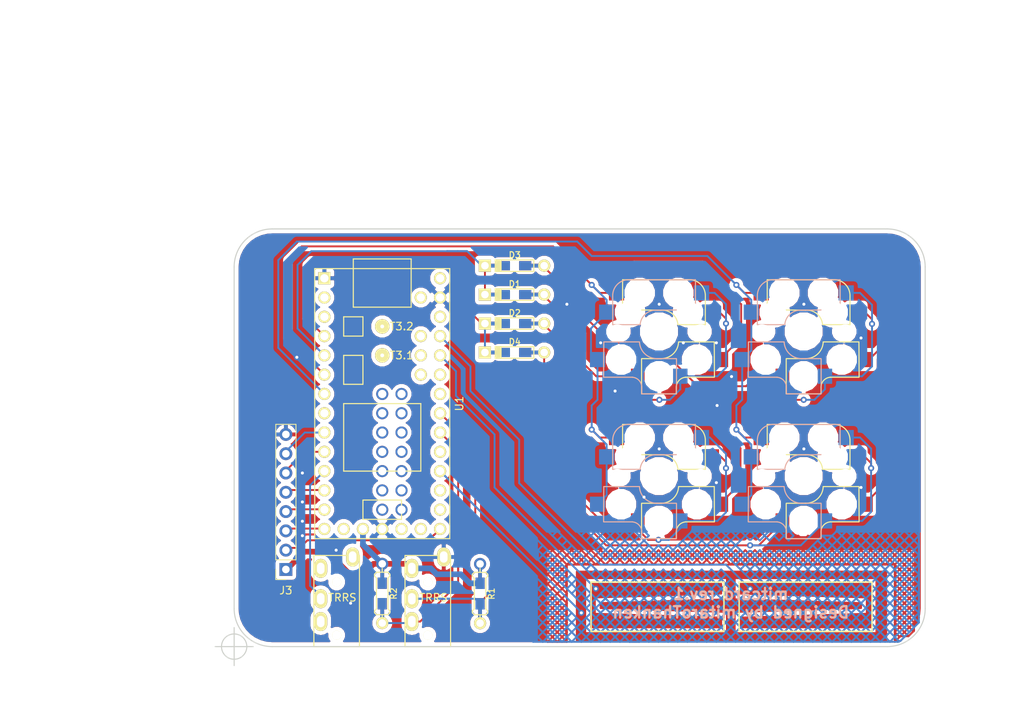
<source format=kicad_pcb>
(kicad_pcb (version 20171130) (host pcbnew "(5.0.2)-1")
  (layers (0 F.Cu signal) (31 B.Cu signal) (34 B.Paste user) (35 F.Paste user) (36 B.SilkS user) (37 F.SilkS user) (38 B.Mask user) (39 F.Mask user) (44 Edge.Cuts user))
  (net 0 "")
  (net 1 "Net-(D1-Pad2)")
  (net 2 row0)
  (net 3 "Net-(D2-Pad2)")
  (net 4 row1)
  (net 5 "Net-(D4-Pad2)")
  (net 6 /SDA)
  (net 7 /SCL)
  (net 8 /3.3V)
  (net 9 GND)
  (net 10 "Net-(J2-PadA)")
  (net 11 "Net-(J2-PadD)")
  (net 12 /INT)
  (net 13 "Net-(J2-PadB)")
  (net 14 col0)
  (net 15 col1)
  (net 16 "Net-(U1-Pad18)")
  (net 17 "Net-(U1-Pad19)")
  (net 18 "Net-(U1-Pad15)")
  (net 19 "Net-(U1-Pad21)")
  (net 20 "Net-(U1-Pad22)")
  (net 21 "Net-(U1-Pad23)")
  (net 22 "Net-(U1-Pad24)")
  (net 23 "Net-(U1-Pad28)")
  (net 24 "Net-(U1-Pad29)")
  (net 25 "Net-(U1-Pad30)")
  (net 26 "Net-(U1-Pad31)")
  (net 27 "Net-(U1-Pad33)")
  (net 28 "Net-(U1-Pad34)")
  (net 29 "Net-(U1-Pad35)")
  (net 30 "Net-(U1-Pad36)")
  (net 31 "Net-(U1-Pad37)")
  (net 32 "Net-(U1-Pad8)")
  (net 33 "Net-(U1-Pad3)")
  (net 34 "Net-(U1-Pad2)")
  (net 35 "Net-(U1-Pad38)")
  (net 36 "Net-(U1-Pad39)")
  (net 37 /col1row0)
  (net 38 "Net-(U1-Pad27)")
  (net 39 SCK)
  (net 40 MISO)
  (net 41 MOSI)
  (net 42 CS)
  (net 43 TX)
  (net 44 RX)
  (module kbd:CherryMX_Choc_Hotswap (layer F.Cu) (at 105.95 63.5)
    (fp_text reference SW1 hide)
    (fp_text value SW_PUSH hide)
    (pad 2 smd rect (at 5.6 -5.08 180) (size 2 2) (layers B.Cu B.Paste B.Mask) (net 1 "Net-(D1-Pad2)"))
    (pad "" np_thru_hole circle (at -3.81 -2.54 180) (size 3 3) (drill 3) (layers *.Cu *.Mask))
    (pad "" np_thru_hole circle (at -5.08 0) (size 1.7 1.7) (drill 1.7) (layers *.Cu *.Mask))
    (pad "" np_thru_hole circle (at 5.08 0) (size 1.7 1.7) (drill 1.7) (layers *.Cu *.Mask))
    (pad "" np_thru_hole circle (at 5.5 0 90) (size 1.9 1.9) (drill 1.9) (layers *.Cu *.Mask))
    (pad "" np_thru_hole circle (at -5.5 0 90) (size 1.9 1.9) (drill 1.9) (layers *.Cu *.Mask))
    (pad "" np_thru_hole circle (at 0 0 90) (size 4 4) (drill 4) (layers *.Cu *.Mask))
    (pad "" np_thru_hole circle (at 2.54 -5.08 180) (size 3 3) (drill 3) (layers *.Cu *.Mask))
    (pad 1 smd rect (at -6.9 -2.54 180) (size 2 2) (layers B.Cu B.Paste B.Mask) (net 14 col0))
    (pad "" np_thru_hole circle (at 0 5.9 90) (size 3 3) (drill 3) (layers *.Cu *.Mask))
    (pad "" np_thru_hole circle (at -5 3.7 90) (size 3 3) (drill 3) (layers *.Cu *.Mask))
    (pad 2 smd rect (at 2.8 5.9 180) (size 1.9 2) (layers B.Cu B.Paste B.Mask) (net 1 "Net-(D1-Pad2)"))
    (pad 1 smd rect (at -8.1 3.7 180) (size 2 2) (layers B.Cu B.Paste B.Mask) (net 14 col0))
    (pad 1 smd rect (at 8.1 3.7 180) (size 2 2) (layers F.Cu F.Paste F.Mask) (net 14 col0))
    (pad 2 smd rect (at -2.8 5.9 180) (size 1.8 2) (layers F.Cu F.Paste F.Mask) (net 1 "Net-(D1-Pad2)"))
    (pad "" np_thru_hole circle (at 5 3.7 270) (size 3 3) (drill 3) (layers *.Cu *.Mask))
    (pad 2 smd rect (at 6.9 -2.54 180) (size 2 2) (layers F.Cu F.Paste F.Mask) (net 1 "Net-(D1-Pad2)"))
    (pad "" np_thru_hole circle (at -2.54 -5.08 180) (size 3 3) (drill 3) (layers *.Cu *.Mask))
    (pad "" np_thru_hole circle (at 3.81 -2.54 180) (size 3 3) (drill 3) (layers *.Cu *.Mask))
    (pad 1 smd rect (at -5.6 -5.08 180) (size 2 2) (layers F.Cu F.Paste F.Mask) (net 14 col0))
  )
  (module kbd:CherryMX_Choc_Hotswap (layer F.Cu) (at 125 82.55)
    (fp_text reference SW4 hide)
    (fp_text value SW_PUSH hide)
    (pad 1 smd rect (at -5.6 -5.08 180) (size 2 2) (layers F.Cu F.Paste F.Mask) (net 15 col1))
    (pad "" np_thru_hole circle (at 3.81 -2.54 180) (size 3 3) (drill 3) (layers *.Cu *.Mask))
    (pad "" np_thru_hole circle (at -2.54 -5.08 180) (size 3 3) (drill 3) (layers *.Cu *.Mask))
    (pad 2 smd rect (at 6.9 -2.54 180) (size 2 2) (layers F.Cu F.Paste F.Mask) (net 5 "Net-(D4-Pad2)"))
    (pad "" np_thru_hole circle (at 5 3.7 270) (size 3 3) (drill 3) (layers *.Cu *.Mask))
    (pad 2 smd rect (at -2.8 5.9 180) (size 1.8 2) (layers F.Cu F.Paste F.Mask) (net 5 "Net-(D4-Pad2)"))
    (pad 1 smd rect (at 8.1 3.7 180) (size 2 2) (layers F.Cu F.Paste F.Mask) (net 15 col1))
    (pad 1 smd rect (at -8.1 3.7 180) (size 2 2) (layers B.Cu B.Paste B.Mask) (net 15 col1))
    (pad 2 smd rect (at 2.8 5.9 180) (size 1.9 2) (layers B.Cu B.Paste B.Mask) (net 5 "Net-(D4-Pad2)"))
    (pad "" np_thru_hole circle (at -5 3.7 90) (size 3 3) (drill 3) (layers *.Cu *.Mask))
    (pad "" np_thru_hole circle (at 0 5.9 90) (size 3 3) (drill 3) (layers *.Cu *.Mask))
    (pad 1 smd rect (at -6.9 -2.54 180) (size 2 2) (layers B.Cu B.Paste B.Mask) (net 15 col1))
    (pad "" np_thru_hole circle (at 2.54 -5.08 180) (size 3 3) (drill 3) (layers *.Cu *.Mask))
    (pad "" np_thru_hole circle (at 0 0 90) (size 4 4) (drill 4) (layers *.Cu *.Mask))
    (pad "" np_thru_hole circle (at -5.5 0 90) (size 1.9 1.9) (drill 1.9) (layers *.Cu *.Mask))
    (pad "" np_thru_hole circle (at 5.5 0 90) (size 1.9 1.9) (drill 1.9) (layers *.Cu *.Mask))
    (pad "" np_thru_hole circle (at 5.08 0) (size 1.7 1.7) (drill 1.7) (layers *.Cu *.Mask))
    (pad "" np_thru_hole circle (at -5.08 0) (size 1.7 1.7) (drill 1.7) (layers *.Cu *.Mask))
    (pad "" np_thru_hole circle (at -3.81 -2.54 180) (size 3 3) (drill 3) (layers *.Cu *.Mask))
    (pad 2 smd rect (at 5.6 -5.08 180) (size 2 2) (layers B.Cu B.Paste B.Mask) (net 5 "Net-(D4-Pad2)"))
  )
  (module kbd:CherryMX_Choc_Hotswap (layer F.Cu) (at 105.95 82.55)
    (fp_text reference SW2 hide)
    (fp_text value SW_PUSH hide)
    (pad 1 smd rect (at -5.6 -5.08 180) (size 2 2) (layers F.Cu F.Paste F.Mask) (net 14 col0))
    (pad "" np_thru_hole circle (at 3.81 -2.54 180) (size 3 3) (drill 3) (layers *.Cu *.Mask))
    (pad "" np_thru_hole circle (at -2.54 -5.08 180) (size 3 3) (drill 3) (layers *.Cu *.Mask))
    (pad 2 smd rect (at 6.9 -2.54 180) (size 2 2) (layers F.Cu F.Paste F.Mask) (net 3 "Net-(D2-Pad2)"))
    (pad "" np_thru_hole circle (at 5 3.7 270) (size 3 3) (drill 3) (layers *.Cu *.Mask))
    (pad 2 smd rect (at -2.8 5.9 180) (size 1.8 2) (layers F.Cu F.Paste F.Mask) (net 3 "Net-(D2-Pad2)"))
    (pad 1 smd rect (at 8.1 3.7 180) (size 2 2) (layers F.Cu F.Paste F.Mask) (net 14 col0))
    (pad 1 smd rect (at -8.1 3.7 180) (size 2 2) (layers B.Cu B.Paste B.Mask) (net 14 col0))
    (pad 2 smd rect (at 2.8 5.9 180) (size 1.9 2) (layers B.Cu B.Paste B.Mask) (net 3 "Net-(D2-Pad2)"))
    (pad "" np_thru_hole circle (at -5 3.7 90) (size 3 3) (drill 3) (layers *.Cu *.Mask))
    (pad "" np_thru_hole circle (at 0 5.9 90) (size 3 3) (drill 3) (layers *.Cu *.Mask))
    (pad 1 smd rect (at -6.9 -2.54 180) (size 2 2) (layers B.Cu B.Paste B.Mask) (net 14 col0))
    (pad "" np_thru_hole circle (at 2.54 -5.08 180) (size 3 3) (drill 3) (layers *.Cu *.Mask))
    (pad "" np_thru_hole circle (at 0 0 90) (size 4 4) (drill 4) (layers *.Cu *.Mask))
    (pad "" np_thru_hole circle (at -5.5 0 90) (size 1.9 1.9) (drill 1.9) (layers *.Cu *.Mask))
    (pad "" np_thru_hole circle (at 5.5 0 90) (size 1.9 1.9) (drill 1.9) (layers *.Cu *.Mask))
    (pad "" np_thru_hole circle (at 5.08 0) (size 1.7 1.7) (drill 1.7) (layers *.Cu *.Mask))
    (pad "" np_thru_hole circle (at -5.08 0) (size 1.7 1.7) (drill 1.7) (layers *.Cu *.Mask))
    (pad "" np_thru_hole circle (at -3.81 -2.54 180) (size 3 3) (drill 3) (layers *.Cu *.Mask))
    (pad 2 smd rect (at 5.6 -5.08 180) (size 2 2) (layers B.Cu B.Paste B.Mask) (net 3 "Net-(D2-Pad2)"))
  )
  (module teensy:Teensy30_31_32_LC (layer F.Cu) (at 69.5 73 270)
    (fp_text reference U1 (at 0 -10.16 270) (layer F.SilkS))
    (fp_text value Teensy-LC)
    (fp_text user T3.2 (at -10.16 -2.54) (layer F.SilkS))
    (fp_text user T3.1 (at -6.35 -2.54) (layer F.SilkS))
    (pad 17 thru_hole circle (at 16.51 0 270) (size 1.6 1.6) (drill 1.1) (layers *.Cu *.Mask F.SilkS) (net 9 GND))
    (pad 18 thru_hole circle (at 16.51 -2.54 270) (size 1.6 1.6) (drill 1.1) (layers *.Cu *.Mask F.SilkS) (net 16 "Net-(U1-Pad18)"))
    (pad 19 thru_hole circle (at 16.51 -5.08 270) (size 1.6 1.6) (drill 1.1) (layers *.Cu *.Mask F.SilkS) (net 17 "Net-(U1-Pad19)"))
    (pad 20 thru_hole circle (at 16.51 -7.62 270) (size 1.6 1.6) (drill 1.1) (layers *.Cu *.Mask F.SilkS) (net 39 SCK))
    (pad 16 thru_hole circle (at 16.51 2.54 270) (size 1.6 1.6) (drill 1.1) (layers *.Cu *.Mask F.SilkS) (net 8 /3.3V))
    (pad 15 thru_hole circle (at 16.51 5.08 270) (size 1.6 1.6) (drill 1.1) (layers *.Cu *.Mask F.SilkS) (net 18 "Net-(U1-Pad15)"))
    (pad 14 thru_hole circle (at 16.51 7.62 270) (size 1.6 1.6) (drill 1.1) (layers *.Cu *.Mask F.SilkS) (net 40 MISO))
    (pad 21 thru_hole circle (at 13.97 -7.62 270) (size 1.6 1.6) (drill 1.1) (layers *.Cu *.Mask F.SilkS) (net 19 "Net-(U1-Pad21)"))
    (pad 22 thru_hole circle (at 11.43 -7.62 270) (size 1.6 1.6) (drill 1.1) (layers *.Cu *.Mask F.SilkS) (net 20 "Net-(U1-Pad22)"))
    (pad 23 thru_hole circle (at 8.89 -7.62 270) (size 1.6 1.6) (drill 1.1) (layers *.Cu *.Mask F.SilkS) (net 21 "Net-(U1-Pad23)"))
    (pad 24 thru_hole circle (at 6.35 -7.62 270) (size 1.6 1.6) (drill 1.1) (layers *.Cu *.Mask F.SilkS) (net 22 "Net-(U1-Pad24)"))
    (pad 25 thru_hole circle (at 3.81 -7.62 270) (size 1.6 1.6) (drill 1.1) (layers *.Cu *.Mask F.SilkS) (net 6 /SDA))
    (pad 26 thru_hole circle (at 1.27 -7.62 270) (size 1.6 1.6) (drill 1.1) (layers *.Cu *.Mask F.SilkS) (net 7 /SCL))
    (pad 27 thru_hole circle (at -1.27 -7.62 270) (size 1.6 1.6) (drill 1.1) (layers *.Cu *.Mask F.SilkS) (net 38 "Net-(U1-Pad27)"))
    (pad 28 thru_hole circle (at -3.81 -7.62 270) (size 1.6 1.6) (drill 1.1) (layers *.Cu *.Mask F.SilkS) (net 23 "Net-(U1-Pad28)"))
    (pad 29 thru_hole circle (at -6.35 -7.62 270) (size 1.6 1.6) (drill 1.1) (layers *.Cu *.Mask F.SilkS) (net 24 "Net-(U1-Pad29)"))
    (pad 30 thru_hole circle (at -8.89 -7.62 270) (size 1.6 1.6) (drill 1.1) (layers *.Cu *.Mask F.SilkS) (net 25 "Net-(U1-Pad30)"))
    (pad 31 thru_hole circle (at -11.43 -7.62 270) (size 1.6 1.6) (drill 1.1) (layers *.Cu *.Mask F.SilkS) (net 26 "Net-(U1-Pad31)"))
    (pad 32 thru_hole circle (at -13.97 -7.62 270) (size 1.6 1.6) (drill 1.1) (layers *.Cu *.Mask F.SilkS) (net 9 GND))
    (pad 33 thru_hole circle (at -16.51 -7.62 270) (size 1.6 1.6) (drill 1.1) (layers *.Cu *.Mask F.SilkS) (net 27 "Net-(U1-Pad33)"))
    (pad 34 thru_hole circle (at -13.97 -5.08 270) (size 1.6 1.6) (drill 1.1) (layers *.Cu *.Mask F.SilkS) (net 28 "Net-(U1-Pad34)"))
    (pad 35 thru_hole circle (at -8.89 -5.08 270) (size 1.6 1.6) (drill 1.1) (layers *.Cu *.Mask F.SilkS) (net 29 "Net-(U1-Pad35)"))
    (pad 36 thru_hole circle (at -6.35 -5.08 270) (size 1.6 1.6) (drill 1.1) (layers *.Cu *.Mask F.SilkS) (net 30 "Net-(U1-Pad36)"))
    (pad 37 thru_hole circle (at -3.81 -5.08 270) (size 1.6 1.6) (drill 1.1) (layers *.Cu *.Mask F.SilkS) (net 31 "Net-(U1-Pad37)"))
    (pad 13 thru_hole circle (at 13.97 7.62 270) (size 1.6 1.6) (drill 1.1) (layers *.Cu *.Mask F.SilkS) (net 41 MOSI))
    (pad 12 thru_hole circle (at 11.43 7.62 270) (size 1.6 1.6) (drill 1.1) (layers *.Cu *.Mask F.SilkS) (net 42 CS))
    (pad 11 thru_hole circle (at 8.89 7.62 270) (size 1.6 1.6) (drill 1.1) (layers *.Cu *.Mask F.SilkS) (net 12 /INT))
    (pad 10 thru_hole circle (at 6.35 7.62 270) (size 1.6 1.6) (drill 1.1) (layers *.Cu *.Mask F.SilkS) (net 43 TX))
    (pad 9 thru_hole circle (at 3.81 7.62 270) (size 1.6 1.6) (drill 1.1) (layers *.Cu *.Mask F.SilkS) (net 44 RX))
    (pad 8 thru_hole circle (at 1.27 7.62 270) (size 1.6 1.6) (drill 1.1) (layers *.Cu *.Mask F.SilkS) (net 32 "Net-(U1-Pad8)"))
    (pad 7 thru_hole circle (at -1.27 7.62 270) (size 1.6 1.6) (drill 1.1) (layers *.Cu *.Mask F.SilkS) (net 15 col1))
    (pad 6 thru_hole circle (at -3.81 7.62 270) (size 1.6 1.6) (drill 1.1) (layers *.Cu *.Mask F.SilkS) (net 14 col0))
    (pad 5 thru_hole circle (at -6.35 7.62 270) (size 1.6 1.6) (drill 1.1) (layers *.Cu *.Mask F.SilkS) (net 2 row0))
    (pad 4 thru_hole circle (at -8.89 7.62 270) (size 1.6 1.6) (drill 1.1) (layers *.Cu *.Mask F.SilkS) (net 4 row1))
    (pad 3 thru_hole circle (at -11.43 7.62 270) (size 1.6 1.6) (drill 1.1) (layers *.Cu *.Mask F.SilkS) (net 33 "Net-(U1-Pad3)"))
    (pad 2 thru_hole circle (at -13.97 7.62 270) (size 1.6 1.6) (drill 1.1) (layers *.Cu *.Mask F.SilkS) (net 34 "Net-(U1-Pad2)"))
    (pad 1 thru_hole rect (at -16.51 7.62 270) (size 1.6 1.6) (drill 1.1) (layers *.Cu *.Mask F.SilkS) (net 9 GND))
    (pad 38 thru_hole circle (at -1.27 0 270) (size 1.6 1.6) (drill 1.1) (layers *.Cu *.Mask) (net 35 "Net-(U1-Pad38)"))
    (pad 39 thru_hole circle (at 1.27 0 270) (size 1.6 1.6) (drill 1.1) (layers *.Cu *.Mask) (net 36 "Net-(U1-Pad39)"))
    (pad 40 thru_hole circle (at 3.81 0 270) (size 1.6 1.6) (drill 1.1) (layers *.Cu *.Mask))
    (pad 41 thru_hole circle (at 6.35 0 270) (size 1.6 1.6) (drill 1.1) (layers *.Cu *.Mask))
    (pad 42 thru_hole circle (at 8.89 0 270) (size 1.6 1.6) (drill 1.1) (layers *.Cu *.Mask))
    (pad 43 thru_hole circle (at 11.43 0 270) (size 1.6 1.6) (drill 1.1) (layers *.Cu *.Mask))
    (pad 44 thru_hole circle (at 13.97 0 270) (size 1.6 1.6) (drill 1.1) (layers *.Cu *.Mask))
    (pad 45 thru_hole circle (at 13.97 -2.54 270) (size 1.6 1.6) (drill 1.1) (layers *.Cu *.Mask))
    (pad 46 thru_hole circle (at 11.43 -2.54 270) (size 1.6 1.6) (drill 1.1) (layers *.Cu *.Mask))
    (pad 47 thru_hole circle (at 8.89 -2.54 270) (size 1.6 1.6) (drill 1.1) (layers *.Cu *.Mask))
    (pad 48 thru_hole circle (at 6.35 -2.54 270) (size 1.6 1.6) (drill 1.1) (layers *.Cu *.Mask))
    (pad 49 thru_hole circle (at 3.81 -2.54 270) (size 1.6 1.6) (drill 1.1) (layers *.Cu *.Mask))
    (pad 50 thru_hole circle (at 1.27 -2.54 270) (size 1.6 1.6) (drill 1.1) (layers *.Cu *.Mask))
    (pad 51 thru_hole circle (at -1.27 -2.54 270) (size 1.6 1.6) (drill 1.1) (layers *.Cu *.Mask))
    (pad 52 thru_hole circle (at -6.35 0 270) (size 1.9 1.9) (drill 0.5) (layers *.Cu *.Mask F.SilkS))
    (pad 52 thru_hole circle (at -10.16 0 270) (size 1.9 1.9) (drill 0.5) (layers *.Cu *.Mask F.SilkS))
  )
  (module kbd:CherryMX_Choc_Hotswap (layer F.Cu) (at 125 63.5)
    (fp_text reference SW3 hide)
    (fp_text value SW_PUSH hide)
    (pad 2 smd rect (at 5.6 -5.08 180) (size 2 2) (layers B.Cu B.Paste B.Mask) (net 37 /col1row0))
    (pad "" np_thru_hole circle (at -3.81 -2.54 180) (size 3 3) (drill 3) (layers *.Cu *.Mask))
    (pad "" np_thru_hole circle (at -5.08 0) (size 1.7 1.7) (drill 1.7) (layers *.Cu *.Mask))
    (pad "" np_thru_hole circle (at 5.08 0) (size 1.7 1.7) (drill 1.7) (layers *.Cu *.Mask))
    (pad "" np_thru_hole circle (at 5.5 0 90) (size 1.9 1.9) (drill 1.9) (layers *.Cu *.Mask))
    (pad "" np_thru_hole circle (at -5.5 0 90) (size 1.9 1.9) (drill 1.9) (layers *.Cu *.Mask))
    (pad "" np_thru_hole circle (at 0 0 90) (size 4 4) (drill 4) (layers *.Cu *.Mask))
    (pad "" np_thru_hole circle (at 2.54 -5.08 180) (size 3 3) (drill 3) (layers *.Cu *.Mask))
    (pad 1 smd rect (at -6.9 -2.54 180) (size 2 2) (layers B.Cu B.Paste B.Mask) (net 15 col1))
    (pad "" np_thru_hole circle (at 0 5.9 90) (size 3 3) (drill 3) (layers *.Cu *.Mask))
    (pad "" np_thru_hole circle (at -5 3.7 90) (size 3 3) (drill 3) (layers *.Cu *.Mask))
    (pad 2 smd rect (at 2.8 5.9 180) (size 1.9 2) (layers B.Cu B.Paste B.Mask) (net 37 /col1row0))
    (pad 1 smd rect (at -8.1 3.7 180) (size 2 2) (layers B.Cu B.Paste B.Mask) (net 15 col1))
    (pad 1 smd rect (at 8.1 3.7 180) (size 2 2) (layers F.Cu F.Paste F.Mask) (net 15 col1))
    (pad 2 smd rect (at -2.8 5.9 180) (size 1.8 2) (layers F.Cu F.Paste F.Mask) (net 37 /col1row0))
    (pad "" np_thru_hole circle (at 5 3.7 270) (size 3 3) (drill 3) (layers *.Cu *.Mask))
    (pad 2 smd rect (at 6.9 -2.54 180) (size 2 2) (layers F.Cu F.Paste F.Mask) (net 37 /col1row0))
    (pad "" np_thru_hole circle (at -2.54 -5.08 180) (size 3 3) (drill 3) (layers *.Cu *.Mask))
    (pad "" np_thru_hole circle (at 3.81 -2.54 180) (size 3 3) (drill 3) (layers *.Cu *.Mask))
    (pad 1 smd rect (at -5.6 -5.08 180) (size 2 2) (layers F.Cu F.Paste F.Mask) (net 15 col1))
  )
  (module Keebio-Parts:Diode-dual (layer F.Cu) (at 86.925 58.645 180)
    (fp_text reference D1 (at -0.0254 1.4 180) (layer F.SilkS) (effects (font (size 0.8 0.8))))
    (fp_text value D hide)
    (pad 2 smd rect (at -2.5 0 180) (size 2.9 0.5) (layers B.Cu) (net 1 "Net-(D1-Pad2)"))
    (pad 2 smd rect (at -1.4 0 180) (size 1.6 1.2) (layers B.Cu B.Paste B.Mask) (net 1 "Net-(D1-Pad2)"))
    (pad 1 smd rect (at 1.4 0 180) (size 1.6 1.2) (layers B.Cu B.Paste B.Mask) (net 2 row0))
    (pad 1 smd rect (at 2.5 0 180) (size 2.9 0.5) (layers B.Cu) (net 2 row0))
    (pad 1 smd rect (at 1.4 0 180) (size 1.6 1.2) (layers F.Cu F.Paste F.Mask) (net 2 row0))
    (pad 2 smd rect (at -1.4 0 180) (size 1.6 1.2) (layers F.Cu F.Paste F.Mask) (net 1 "Net-(D1-Pad2)"))
    (pad 2 thru_hole circle (at -3.9 0 180) (size 1.6 1.6) (drill 1) (layers *.Cu *.Mask F.SilkS) (net 1 "Net-(D1-Pad2)"))
    (pad 1 thru_hole rect (at 3.9 0 180) (size 1.6 1.6) (drill 1) (layers *.Cu *.Mask F.SilkS) (net 2 row0))
    (pad 2 smd rect (at -2.5 0 180) (size 2.9 0.5) (layers F.Cu) (net 1 "Net-(D1-Pad2)"))
    (pad 1 smd rect (at 2.5 0 180) (size 2.9 0.5) (layers F.Cu) (net 2 row0))
  )
  (module Keebio-Parts:Diode-dual (layer F.Cu) (at 86.925 62.455 180)
    (fp_text reference D2 (at -0.0254 1.4 180) (layer F.SilkS) (effects (font (size 0.8 0.8))))
    (fp_text value D hide)
    (pad 2 smd rect (at -2.5 0 180) (size 2.9 0.5) (layers B.Cu) (net 3 "Net-(D2-Pad2)"))
    (pad 2 smd rect (at -1.4 0 180) (size 1.6 1.2) (layers B.Cu B.Paste B.Mask) (net 3 "Net-(D2-Pad2)"))
    (pad 1 smd rect (at 1.4 0 180) (size 1.6 1.2) (layers B.Cu B.Paste B.Mask) (net 4 row1))
    (pad 1 smd rect (at 2.5 0 180) (size 2.9 0.5) (layers B.Cu) (net 4 row1))
    (pad 1 smd rect (at 1.4 0 180) (size 1.6 1.2) (layers F.Cu F.Paste F.Mask) (net 4 row1))
    (pad 2 smd rect (at -1.4 0 180) (size 1.6 1.2) (layers F.Cu F.Paste F.Mask) (net 3 "Net-(D2-Pad2)"))
    (pad 2 thru_hole circle (at -3.9 0 180) (size 1.6 1.6) (drill 1) (layers *.Cu *.Mask F.SilkS) (net 3 "Net-(D2-Pad2)"))
    (pad 1 thru_hole rect (at 3.9 0 180) (size 1.6 1.6) (drill 1) (layers *.Cu *.Mask F.SilkS) (net 4 row1))
    (pad 2 smd rect (at -2.5 0 180) (size 2.9 0.5) (layers F.Cu) (net 3 "Net-(D2-Pad2)"))
    (pad 1 smd rect (at 2.5 0 180) (size 2.9 0.5) (layers F.Cu) (net 4 row1))
  )
  (module Keebio-Parts:Diode-dual (layer F.Cu) (at 86.925 54.835 180)
    (fp_text reference D3 (at -0.0254 1.4 180) (layer F.SilkS) (effects (font (size 0.8 0.8))))
    (fp_text value D hide)
    (pad 1 smd rect (at 2.5 0 180) (size 2.9 0.5) (layers F.Cu) (net 2 row0))
    (pad 2 smd rect (at -2.5 0 180) (size 2.9 0.5) (layers F.Cu) (net 37 /col1row0))
    (pad 1 thru_hole rect (at 3.9 0 180) (size 1.6 1.6) (drill 1) (layers *.Cu *.Mask F.SilkS) (net 2 row0))
    (pad 2 thru_hole circle (at -3.9 0 180) (size 1.6 1.6) (drill 1) (layers *.Cu *.Mask F.SilkS) (net 37 /col1row0))
    (pad 2 smd rect (at -1.4 0 180) (size 1.6 1.2) (layers F.Cu F.Paste F.Mask) (net 37 /col1row0))
    (pad 1 smd rect (at 1.4 0 180) (size 1.6 1.2) (layers F.Cu F.Paste F.Mask) (net 2 row0))
    (pad 1 smd rect (at 2.5 0 180) (size 2.9 0.5) (layers B.Cu) (net 2 row0))
    (pad 1 smd rect (at 1.4 0 180) (size 1.6 1.2) (layers B.Cu B.Paste B.Mask) (net 2 row0))
    (pad 2 smd rect (at -1.4 0 180) (size 1.6 1.2) (layers B.Cu B.Paste B.Mask) (net 37 /col1row0))
    (pad 2 smd rect (at -2.5 0 180) (size 2.9 0.5) (layers B.Cu) (net 37 /col1row0))
  )
  (module Keebio-Parts:Diode-dual (layer F.Cu) (at 86.925 66.265 180)
    (fp_text reference D4 (at -0.0254 1.4 180) (layer F.SilkS) (effects (font (size 0.8 0.8))))
    (fp_text value D hide)
    (pad 1 smd rect (at 2.5 0 180) (size 2.9 0.5) (layers F.Cu) (net 4 row1))
    (pad 2 smd rect (at -2.5 0 180) (size 2.9 0.5) (layers F.Cu) (net 5 "Net-(D4-Pad2)"))
    (pad 1 thru_hole rect (at 3.9 0 180) (size 1.6 1.6) (drill 1) (layers *.Cu *.Mask F.SilkS) (net 4 row1))
    (pad 2 thru_hole circle (at -3.9 0 180) (size 1.6 1.6) (drill 1) (layers *.Cu *.Mask F.SilkS) (net 5 "Net-(D4-Pad2)"))
    (pad 2 smd rect (at -1.4 0 180) (size 1.6 1.2) (layers F.Cu F.Paste F.Mask) (net 5 "Net-(D4-Pad2)"))
    (pad 1 smd rect (at 1.4 0 180) (size 1.6 1.2) (layers F.Cu F.Paste F.Mask) (net 4 row1))
    (pad 1 smd rect (at 2.5 0 180) (size 2.9 0.5) (layers B.Cu) (net 4 row1))
    (pad 1 smd rect (at 1.4 0 180) (size 1.6 1.2) (layers B.Cu B.Paste B.Mask) (net 4 row1))
    (pad 2 smd rect (at -1.4 0 180) (size 1.6 1.2) (layers B.Cu B.Paste B.Mask) (net 5 "Net-(D4-Pad2)"))
    (pad 2 smd rect (at -2.5 0 180) (size 2.9 0.5) (layers B.Cu) (net 5 "Net-(D4-Pad2)"))
  )
  (module kbd:MJ-4PP-9_1side (layer F.Cu) (at 75.5 105 180)
    (fp_text reference J1)
    (fp_text value MJ-4PP-9 hide)
    (fp_text user TRRS (at -0.75 6.45 180) (layer F.SilkS))
    (pad "" np_thru_hole circle (at 0 1.5 180) (size 1.2 1.2) (drill 1.2) (layers *.Cu *.Mask F.SilkS))
    (pad "" np_thru_hole circle (at 0 8.5 180) (size 1.2 1.2) (drill 1.2) (layers *.Cu *.Mask F.SilkS))
    (pad B thru_hole oval (at 2.1 3.3 180) (size 1.7 2.5) (drill oval 1 1.5) (layers *.Cu *.Mask F.SilkS) (net 6 /SDA))
    (pad C thru_hole oval (at 2.1 6.3 180) (size 1.7 2.5) (drill oval 1 1.5) (layers *.Cu *.Mask F.SilkS) (net 7 /SCL))
    (pad D thru_hole oval (at 2.1 10.3 180) (size 1.7 2.5) (drill oval 1 1.5) (layers *.Cu *.Mask F.SilkS) (net 8 /3.3V) (clearance 0.15))
    (pad A thru_hole oval (at -2.1 11.8 180) (size 1.7 2.5) (drill oval 1 1.5) (layers *.Cu *.Mask F.SilkS) (net 9 GND) (clearance 0.15))
  )
  (module kbd:MJ-4PP-9_1side (layer F.Cu) (at 63.5 105 180)
    (fp_text reference J2)
    (fp_text value MJ-4PP-9 hide)
    (fp_text user TRRS (at -0.75 6.45 180) (layer F.SilkS))
    (pad A thru_hole oval (at -2.1 11.8 180) (size 1.7 2.5) (drill oval 1 1.5) (layers *.Cu *.Mask F.SilkS) (net 10 "Net-(J2-PadA)") (clearance 0.15))
    (pad D thru_hole oval (at 2.1 10.3 180) (size 1.7 2.5) (drill oval 1 1.5) (layers *.Cu *.Mask F.SilkS) (net 11 "Net-(J2-PadD)") (clearance 0.15))
    (pad C thru_hole oval (at 2.1 6.3 180) (size 1.7 2.5) (drill oval 1 1.5) (layers *.Cu *.Mask F.SilkS) (net 12 /INT))
    (pad B thru_hole oval (at 2.1 3.3 180) (size 1.7 2.5) (drill oval 1 1.5) (layers *.Cu *.Mask F.SilkS) (net 13 "Net-(J2-PadB)"))
    (pad "" np_thru_hole circle (at 0 8.5 180) (size 1.2 1.2) (drill 1.2) (layers *.Cu *.Mask F.SilkS))
    (pad "" np_thru_hole circle (at 0 1.5 180) (size 1.2 1.2) (drill 1.2) (layers *.Cu *.Mask F.SilkS))
  )
  (module Keebio-Parts:Resistor-Hybrid (layer F.Cu) (at 82.385 98.015 90)
    (fp_text reference R1 (at -0.0254 1.5 90) (layer F.SilkS) (effects (font (size 0.8 0.8))))
    (fp_text value 4.7K hide)
    (pad 2 smd rect (at -2.5 0 90) (size 2.9 0.5) (layers B.Cu) (net 7 /SCL))
    (pad 2 smd rect (at -1.35 0 90) (size 1.5 1.2) (layers B.Cu B.Paste B.Mask) (net 7 /SCL))
    (pad 1 smd rect (at 1.35 0 90) (size 1.5 1.2) (layers B.Cu B.Paste B.Mask) (net 8 /3.3V))
    (pad 1 smd rect (at 2.5 0 90) (size 2.9 0.5) (layers B.Cu) (net 8 /3.3V))
    (pad 1 smd rect (at 1.35 0 90) (size 1.5 1.2) (layers F.Cu F.Paste F.Mask) (net 8 /3.3V))
    (pad 2 smd rect (at -1.35 0 90) (size 1.5 1.2) (layers F.Cu F.Paste F.Mask) (net 7 /SCL))
    (pad 2 thru_hole circle (at -3.9 0 90) (size 1.6 1.6) (drill 1) (layers *.Cu *.Mask F.SilkS) (net 7 /SCL))
    (pad 1 thru_hole circle (at 3.9 0 90) (size 1.6 1.6) (drill 1) (layers *.Cu *.Mask) (net 8 /3.3V))
    (pad 2 smd rect (at -2.5 0 90) (size 2.9 0.5) (layers F.Cu) (net 7 /SCL))
    (pad 1 smd rect (at 2.5 0 90) (size 2.9 0.5) (layers F.Cu) (net 8 /3.3V))
  )
  (module Keebio-Parts:Resistor-Hybrid (layer F.Cu) (at 69.5 98 90)
    (fp_text reference R2 (at -0.0254 1.5 90) (layer F.SilkS) (effects (font (size 0.8 0.8))))
    (fp_text value 4.7K hide)
    (pad 1 smd rect (at 2.5 0 90) (size 2.9 0.5) (layers F.Cu) (net 8 /3.3V))
    (pad 2 smd rect (at -2.5 0 90) (size 2.9 0.5) (layers F.Cu) (net 6 /SDA))
    (pad 1 thru_hole circle (at 3.9 0 90) (size 1.6 1.6) (drill 1) (layers *.Cu *.Mask) (net 8 /3.3V))
    (pad 2 thru_hole circle (at -3.9 0 90) (size 1.6 1.6) (drill 1) (layers *.Cu *.Mask F.SilkS) (net 6 /SDA))
    (pad 2 smd rect (at -1.35 0 90) (size 1.5 1.2) (layers F.Cu F.Paste F.Mask) (net 6 /SDA))
    (pad 1 smd rect (at 1.35 0 90) (size 1.5 1.2) (layers F.Cu F.Paste F.Mask) (net 8 /3.3V))
    (pad 1 smd rect (at 2.5 0 90) (size 2.9 0.5) (layers B.Cu) (net 8 /3.3V))
    (pad 1 smd rect (at 1.35 0 90) (size 1.5 1.2) (layers B.Cu B.Paste B.Mask) (net 8 /3.3V))
    (pad 2 smd rect (at -1.35 0 90) (size 1.5 1.2) (layers B.Cu B.Paste B.Mask) (net 6 /SDA))
    (pad 2 smd rect (at -2.5 0 90) (size 2.9 0.5) (layers B.Cu) (net 6 /SDA))
  )
  (module Connector_PinSocket_2.54mm:PinSocket_1x08_P2.54mm_Vertical (layer F.Cu) (at 56.81 94.84 180)
    (fp_text reference J3 (at 0 -2.77 180) (layer F.SilkS))
    (fp_text value Conn_01x08)
    (pad 1 thru_hole rect (at 0 0 180) (size 1.7 1.7) (drill 1) (layers *.Cu *.Mask) (net 8 /3.3V))
    (pad 2 thru_hole oval (at 0 2.54 180) (size 1.7 1.7) (drill 1) (layers *.Cu *.Mask) (net 39 SCK))
    (pad 3 thru_hole oval (at 0 5.08 180) (size 1.7 1.7) (drill 1) (layers *.Cu *.Mask) (net 40 MISO))
    (pad 4 thru_hole oval (at 0 7.62 180) (size 1.7 1.7) (drill 1) (layers *.Cu *.Mask) (net 41 MOSI))
    (pad 5 thru_hole oval (at 0 10.16 180) (size 1.7 1.7) (drill 1) (layers *.Cu *.Mask) (net 42 CS))
    (pad 6 thru_hole oval (at 0 12.7 180) (size 1.7 1.7) (drill 1) (layers *.Cu *.Mask) (net 43 TX))
    (pad 7 thru_hole oval (at 0 15.24 180) (size 1.7 1.7) (drill 1) (layers *.Cu *.Mask) (net 44 RX))
    (pad 8 thru_hole oval (at 0 17.78 180) (size 1.7 1.7) (drill 1) (layers *.Cu *.Mask) (net 9 GND))
  )
  (gr_text "mitcard rev.1\nDesigned by mitaroThanken" (at 115.405 99.285) (layer B.SilkS) (effects (font (size 1.5 1.5) (thickness 0.3)) (justify mirror)))
  (gr_line (start 134 96.5) (end 116.5 96.5) (layer F.SilkS) (width 0.2))
  (gr_line (start 134 96.5) (end 134 103) (layer F.SilkS) (width 0.2))
  (gr_line (start 116.5 103) (end 134 103) (layer F.SilkS) (width 0.2))
  (gr_line (start 116.5 96.5) (end 116.5 103) (layer F.SilkS) (width 0.2))
  (gr_line (start 114.5 103) (end 114.5 96.5) (layer F.SilkS) (width 0.2))
  (gr_line (start 97 103) (end 114.5 103) (layer F.SilkS) (width 0.2))
  (gr_line (start 97 96.5) (end 97 103) (layer F.SilkS) (width 0.2))
  (gr_line (start 114.5 96.5) (end 97 96.5) (layer F.SilkS) (width 0.2))
  (target plus (at 50 105) (size 5) (width 0.15) (layer Edge.Cuts))
  (gr_line (start 136 50) (end 55 50) (layer Edge.Cuts) (width 0.15))
  (gr_line (start 141 100) (end 141 55) (layer Edge.Cuts) (width 0.15))
  (gr_line (start 55 105) (end 136 105) (layer Edge.Cuts) (width 0.15))
  (gr_line (start 50 55) (end 50 100) (layer Edge.Cuts) (width 0.15))
  (gr_arc (start 136 55) (end 141 55) (angle -90) (layer Edge.Cuts) (width 0.15))
  (gr_arc (start 136 100) (end 136 105) (angle -90) (layer Edge.Cuts) (width 0.15))
  (gr_arc (start 55 100) (end 50 100) (angle -90) (layer Edge.Cuts) (width 0.15))
  (gr_arc (start 55 55) (end 55 50) (angle -90) (layer Edge.Cuts) (width 0.15))
  (via (at 105.999994 72.5) (size 0.8) (drill 0.4) (layers F.Cu B.Cu) (net 1))
  (segment (start 107.36 72.5) (end 105.999994 72.5) (width 0.25) (layer B.Cu) (net 1))
  (segment (start 108.75 69.4) (end 108.75 71.11) (width 0.25) (layer B.Cu) (net 1))
  (segment (start 108.75 71.11) (end 107.36 72.5) (width 0.25) (layer B.Cu) (net 1))
  (segment (start 104.59 72.5) (end 105.999994 72.5) (width 0.25) (layer F.Cu) (net 1))
  (segment (start 103.15 69.4) (end 103.15 71.06) (width 0.25) (layer F.Cu) (net 1))
  (segment (start 103.15 71.06) (end 104.59 72.5) (width 0.25) (layer F.Cu) (net 1))
  (segment (start 90.825 58.01) (end 90.825 58.1) (width 0.25) (layer F.Cu) (net 1))
  (via (at 114.77 62.454998) (size 0.8) (drill 0.4) (layers F.Cu B.Cu) (net 1))
  (segment (start 108.75 69.4) (end 113.635 69.4) (width 0.25) (layer B.Cu) (net 1))
  (segment (start 114.77 68.265) (end 114.77 63.020683) (width 0.25) (layer B.Cu) (net 1))
  (segment (start 114.77 63.020683) (end 114.77 62.454998) (width 0.25) (layer B.Cu) (net 1))
  (segment (start 113.635 69.4) (end 114.77 68.265) (width 0.25) (layer B.Cu) (net 1))
  (segment (start 114.77 59.915) (end 114.77 62.454998) (width 0.25) (layer B.Cu) (net 1))
  (segment (start 111.55 58.42) (end 113.275 58.42) (width 0.25) (layer B.Cu) (net 1))
  (segment (start 113.275 58.42) (end 114.77 59.915) (width 0.25) (layer B.Cu) (net 1))
  (segment (start 114.77 61.82) (end 114.77 62.454998) (width 0.25) (layer F.Cu) (net 1))
  (segment (start 112.85 60.96) (end 113.91 60.96) (width 0.25) (layer F.Cu) (net 1))
  (segment (start 113.91 60.96) (end 114.77 61.82) (width 0.25) (layer F.Cu) (net 1))
  (segment (start 90.625 58.645) (end 95.72 63.74) (width 0.25) (layer F.Cu) (net 1))
  (segment (start 89.425 58.645) (end 90.625 58.645) (width 0.25) (layer F.Cu) (net 1))
  (segment (start 95.72 63.74) (end 95.72 67.44) (width 0.25) (layer F.Cu) (net 1))
  (segment (start 95.72 67.44) (end 97.68 69.4) (width 0.25) (layer F.Cu) (net 1))
  (segment (start 97.68 69.4) (end 102 69.4) (width 0.25) (layer F.Cu) (net 1))
  (segment (start 102 69.4) (end 103.15 69.4) (width 0.25) (layer F.Cu) (net 1))
  (segment (start 79.435 52.93) (end 80.575 52.93) (width 0.25) (layer B.Cu) (net 2))
  (segment (start 80.685 52.93) (end 78.035 52.93) (width 0.25) (layer B.Cu) (net 2))
  (segment (start 83.225 55.47) (end 80.685 52.93) (width 0.25) (layer B.Cu) (net 2))
  (segment (start 84.425 54.835) (end 83.225 54.835) (width 0.25) (layer B.Cu) (net 2))
  (segment (start 78.035 52.93) (end 79.435 52.93) (width 0.25) (layer B.Cu) (net 2))
  (segment (start 60.16 52.93) (end 78.035 52.93) (width 0.25) (layer B.Cu) (net 2))
  (segment (start 58.35 54.74) (end 60.16 52.93) (width 0.25) (layer B.Cu) (net 2))
  (segment (start 61.88 66.65) (end 58.35 63.12) (width 0.25) (layer B.Cu) (net 2))
  (segment (start 58.35 63.12) (end 58.35 54.74) (width 0.25) (layer B.Cu) (net 2))
  (segment (start 83.025 54.835) (end 83.025 58.645) (width 0.25) (layer F.Cu) (net 2))
  (segment (start 109 88.5) (end 108.99999 88.5) (width 0.25) (layer B.Cu) (net 3))
  (segment (start 90.825 61.82) (end 90.825 61.91) (width 0.25) (layer F.Cu) (net 3))
  (via (at 105.88 90.93999) (size 0.8) (drill 0.4) (layers F.Cu B.Cu) (net 3))
  (segment (start 107.24001 90.93999) (end 105.88 90.93999) (width 0.25) (layer B.Cu) (net 3))
  (segment (start 108.75 88.45) (end 108.75 89.43) (width 0.25) (layer B.Cu) (net 3))
  (segment (start 108.75 89.43) (end 107.24001 90.93999) (width 0.25) (layer B.Cu) (net 3))
  (segment (start 104.51999 90.93999) (end 105.88 90.93999) (width 0.25) (layer F.Cu) (net 3))
  (segment (start 103.15 88.45) (end 103.15 89.57) (width 0.25) (layer F.Cu) (net 3))
  (segment (start 103.15 89.57) (end 104.51999 90.93999) (width 0.25) (layer F.Cu) (net 3))
  (segment (start 89.425 62.455) (end 90.625 62.455) (width 0.25) (layer F.Cu) (net 3))
  (via (at 114.77 81.505) (size 0.8) (drill 0.4) (layers F.Cu B.Cu) (net 3))
  (segment (start 114.77 80.939315) (end 114.77 81.505) (width 0.25) (layer F.Cu) (net 3))
  (segment (start 112.85 80.01) (end 114.1 80.01) (width 0.25) (layer F.Cu) (net 3))
  (segment (start 114.77 87.315) (end 114.77 82.070685) (width 0.25) (layer B.Cu) (net 3))
  (segment (start 108.75 88.45) (end 113.635 88.45) (width 0.25) (layer B.Cu) (net 3))
  (segment (start 114.77 80.68) (end 114.77 80.939315) (width 0.25) (layer F.Cu) (net 3))
  (segment (start 114.1 80.01) (end 114.77 80.68) (width 0.25) (layer F.Cu) (net 3))
  (segment (start 114.77 82.070685) (end 114.77 81.505) (width 0.25) (layer B.Cu) (net 3))
  (segment (start 113.635 88.45) (end 114.77 87.315) (width 0.25) (layer B.Cu) (net 3))
  (segment (start 114.77 79.6) (end 114.77 81.505) (width 0.25) (layer B.Cu) (net 3))
  (segment (start 111.55 77.47) (end 112.64 77.47) (width 0.25) (layer B.Cu) (net 3))
  (segment (start 112.64 77.47) (end 114.77 79.6) (width 0.25) (layer B.Cu) (net 3))
  (segment (start 93.815 65.63) (end 93.815 83.95) (width 0.25) (layer F.Cu) (net 3))
  (segment (start 91.275 63.09) (end 93.815 65.63) (width 0.25) (layer F.Cu) (net 3))
  (segment (start 93.815 83.95) (end 98.315 88.45) (width 0.25) (layer F.Cu) (net 3))
  (segment (start 98.315 88.45) (end 102 88.45) (width 0.25) (layer F.Cu) (net 3))
  (segment (start 102 88.45) (end 103.15 88.45) (width 0.25) (layer F.Cu) (net 3))
  (segment (start 59.62 61.85) (end 59.62 54.74) (width 0.25) (layer F.Cu) (net 4))
  (segment (start 59.62 54.74) (end 60.16 54.2) (width 0.25) (layer F.Cu) (net 4))
  (segment (start 60.16 54.2) (end 78.67 54.2) (width 0.25) (layer F.Cu) (net 4))
  (segment (start 78.67 54.2) (end 80.575 56.105) (width 0.25) (layer F.Cu) (net 4))
  (segment (start 61.88 64.11) (end 59.62 61.85) (width 0.25) (layer F.Cu) (net 4))
  (segment (start 83.025 63.505) (end 83.025 66.265) (width 0.25) (layer B.Cu) (net 4))
  (segment (start 83.025 62.455) (end 83.025 63.505) (width 0.25) (layer B.Cu) (net 4))
  (segment (start 83.225 62.455) (end 84.425 62.455) (width 0.25) (layer F.Cu) (net 4))
  (segment (start 80.575 60.44) (end 83.225 63.09) (width 0.25) (layer F.Cu) (net 4))
  (segment (start 80.575 56.74) (end 80.575 60.44) (width 0.25) (layer F.Cu) (net 4))
  (segment (start 80.575 56.105) (end 80.575 56.74) (width 0.25) (layer F.Cu) (net 4))
  (via (at 133.87999 81.5) (size 0.8) (drill 0.4) (layers F.Cu B.Cu) (net 5))
  (segment (start 133.87999 78.92999) (end 133.87999 81.5) (width 0.25) (layer B.Cu) (net 5))
  (segment (start 130.6 77.47) (end 132.42 77.47) (width 0.25) (layer B.Cu) (net 5))
  (segment (start 132.42 77.47) (end 133.87999 78.92999) (width 0.25) (layer B.Cu) (net 5))
  (segment (start 133.87999 80.934315) (end 133.87999 81.5) (width 0.25) (layer F.Cu) (net 5))
  (segment (start 133.87999 80.83499) (end 133.87999 80.934315) (width 0.25) (layer F.Cu) (net 5))
  (segment (start 131.9 80.01) (end 133.055 80.01) (width 0.25) (layer F.Cu) (net 5))
  (segment (start 133.055 80.01) (end 133.87999 80.83499) (width 0.25) (layer F.Cu) (net 5))
  (segment (start 133.87999 82.065685) (end 133.87999 81.5) (width 0.25) (layer B.Cu) (net 5))
  (segment (start 133.87999 87.25501) (end 133.87999 82.065685) (width 0.25) (layer B.Cu) (net 5))
  (segment (start 127.8 88.45) (end 132.685 88.45) (width 0.25) (layer B.Cu) (net 5))
  (segment (start 132.685 88.45) (end 133.87999 87.25501) (width 0.25) (layer B.Cu) (net 5))
  (via (at 117.945 91.664996) (size 0.8) (drill 0.4) (layers F.Cu B.Cu) (net 5))
  (segment (start 122.2 88.55) (end 119.085004 91.664996) (width 0.25) (layer F.Cu) (net 5))
  (segment (start 118.510685 91.664996) (end 117.945 91.664996) (width 0.25) (layer B.Cu) (net 5))
  (segment (start 118.510685 91.664996) (end 117.945 91.664996) (width 0.25) (layer F.Cu) (net 5))
  (segment (start 122.2 88.45) (end 122.2 88.55) (width 0.25) (layer F.Cu) (net 5))
  (segment (start 119.085004 91.664996) (end 118.510685 91.664996) (width 0.25) (layer F.Cu) (net 5))
  (segment (start 127.8 88.45) (end 127.8 88.5) (width 0.25) (layer B.Cu) (net 5))
  (segment (start 98.989996 91.664996) (end 117.379315 91.664996) (width 0.25) (layer F.Cu) (net 5))
  (segment (start 117.379315 91.664996) (end 117.945 91.664996) (width 0.25) (layer F.Cu) (net 5))
  (segment (start 90.825 83.5) (end 98.989996 91.664996) (width 0.25) (layer F.Cu) (net 5))
  (segment (start 124.635004 91.664996) (end 118.510685 91.664996) (width 0.25) (layer B.Cu) (net 5))
  (segment (start 127.8 88.5) (end 124.635004 91.664996) (width 0.25) (layer B.Cu) (net 5))
  (segment (start 90.825 66.9) (end 90.825 69.44) (width 0.25) (layer F.Cu) (net 5))
  (segment (start 90.825 69.44) (end 90.825 83.5) (width 0.25) (layer F.Cu) (net 5))
  (segment (start 73.4 101.7) (end 73.4 101.3) (width 0.25) (layer B.Cu) (net 6))
  (segment (start 79.5 79.19) (end 77.12 76.81) (width 0.25) (layer F.Cu) (net 6))
  (segment (start 73.2 101.9) (end 73.4 101.7) (width 0.25) (layer F.Cu) (net 6))
  (segment (start 69.5 101.9) (end 73.2 101.9) (width 0.25) (layer B.Cu) (net 6))
  (segment (start 79.5 96.7) (end 79.5 94.5) (width 0.25) (layer F.Cu) (net 6))
  (segment (start 74.5 101.7) (end 79.5 96.7) (width 0.25) (layer F.Cu) (net 6))
  (segment (start 73.4 101.7) (end 74.5 101.7) (width 0.25) (layer F.Cu) (net 6))
  (segment (start 79.5 95.2) (end 79.5 94.5) (width 0.25) (layer F.Cu) (net 6))
  (segment (start 79.5 94.5) (end 79.5 79.19) (width 0.25) (layer F.Cu) (net 6))
  (segment (start 73.4 98.7) (end 80.9 98.7) (width 0.25) (layer B.Cu) (net 7))
  (segment (start 82.385 101.915) (end 82.385 99.92) (width 0.25) (layer F.Cu) (net 7))
  (segment (start 81.72 98.7) (end 82.385 99.365) (width 0.25) (layer B.Cu) (net 7))
  (segment (start 73.4 98.7) (end 81.72 98.7) (width 0.25) (layer B.Cu) (net 7))
  (segment (start 82.385 99.215) (end 82.385 99.365) (width 0.25) (layer F.Cu) (net 7))
  (segment (start 84.925 96.675) (end 82.385 99.215) (width 0.25) (layer F.Cu) (net 7))
  (segment (start 84.925 92.3) (end 84.925 96.675) (width 0.25) (layer F.Cu) (net 7))
  (segment (start 81.75 89.125) (end 84.925 92.3) (width 0.25) (layer F.Cu) (net 7))
  (segment (start 77.12 74.27) (end 81.75 78.9) (width 0.25) (layer F.Cu) (net 7))
  (segment (start 81.75 78.9) (end 81.75 89.125) (width 0.25) (layer F.Cu) (net 7))
  (segment (start 72.8 94.1) (end 73.4 94.7) (width 0.75) (layer B.Cu) (net 8))
  (segment (start 69.5 94.1) (end 72.8 94.1) (width 0.75) (layer F.Cu) (net 8))
  (segment (start 66.96 91.56) (end 69.5 94.1) (width 0.75) (layer B.Cu) (net 8))
  (segment (start 66.96 89.51) (end 66.96 91.56) (width 0.75) (layer B.Cu) (net 8))
  (segment (start 68.36863 94.1) (end 69.5 94.1) (width 0.75) (layer F.Cu) (net 8))
  (segment (start 56.91 94.84) (end 59.25 92.5) (width 0.75) (layer F.Cu) (net 8))
  (segment (start 56.81 94.84) (end 56.91 94.84) (width 0.75) (layer F.Cu) (net 8))
  (segment (start 59.25 92.5) (end 62.25 92.5) (width 0.75) (layer F.Cu) (net 8))
  (segment (start 62.25 92.5) (end 65.25 95.5) (width 0.75) (layer F.Cu) (net 8))
  (segment (start 65.25 95.5) (end 66.96863 95.5) (width 0.75) (layer F.Cu) (net 8))
  (segment (start 66.96863 95.5) (end 68.36863 94.1) (width 0.75) (layer F.Cu) (net 8))
  (segment (start 81.035 96.665) (end 82.385 96.665) (width 0.75) (layer B.Cu) (net 8))
  (segment (start 79.845 95.475) (end 81.035 96.665) (width 0.75) (layer B.Cu) (net 8))
  (segment (start 76.67 95.475) (end 79.845 95.475) (width 0.75) (layer B.Cu) (net 8))
  (segment (start 73.4 94.7) (end 75.895 94.7) (width 0.75) (layer B.Cu) (net 8))
  (segment (start 75.895 94.7) (end 76.67 95.475) (width 0.75) (layer B.Cu) (net 8))
  (segment (start 138.265 103.73) (end 126.2 91.665) (width 0.25) (layer B.Cu) (net 9))
  (segment (start 120.485 97.38) (end 127.47 104.365) (width 0.25) (layer B.Cu) (net 9))
  (segment (start 127.47 104.365) (end 140.17 91.665) (width 0.25) (layer B.Cu) (net 9))
  (segment (start 140.17 91.665) (end 140.17 92.935) (width 0.25) (layer B.Cu) (net 9))
  (segment (start 140.17 92.935) (end 128.74 104.365) (width 0.25) (layer B.Cu) (net 9))
  (segment (start 128.74 104.365) (end 117.31 92.935) (width 0.25) (layer B.Cu) (net 9))
  (segment (start 117.31 92.935) (end 116.675 93.57) (width 0.25) (layer B.Cu) (net 9))
  (segment (start 130.01 104.365) (end 140.17 94.205) (width 0.25) (layer B.Cu) (net 9))
  (segment (start 140.17 94.205) (end 138.265 92.3) (width 0.25) (layer B.Cu) (net 9))
  (segment (start 138.265 92.3) (end 137.63 91.665) (width 0.25) (layer B.Cu) (net 9))
  (segment (start 137.63 91.665) (end 124.93 104.365) (width 0.25) (layer B.Cu) (net 9))
  (segment (start 124.93 104.365) (end 119.215 98.65) (width 0.25) (layer B.Cu) (net 9))
  (segment (start 119.215 98.65) (end 113.5 104.365) (width 0.25) (layer B.Cu) (net 9))
  (segment (start 113.5 104.365) (end 104.61 95.475) (width 0.25) (layer B.Cu) (net 9))
  (segment (start 104.61 95.475) (end 98.895 101.19) (width 0.25) (layer B.Cu) (net 9))
  (segment (start 98.895 101.19) (end 95.72 104.365) (width 0.25) (layer B.Cu) (net 9))
  (segment (start 95.72 104.365) (end 89.37 98.015) (width 0.25) (layer B.Cu) (net 9))
  (segment (start 89.37 98.015) (end 90.005 97.38) (width 0.25) (layer B.Cu) (net 9))
  (segment (start 89.37 99.285) (end 94.45 104.365) (width 0.25) (layer B.Cu) (net 9))
  (segment (start 103.34 95.475) (end 112.23 104.365) (width 0.25) (layer B.Cu) (net 9))
  (segment (start 112.23 104.365) (end 117.945 98.65) (width 0.25) (layer B.Cu) (net 9))
  (segment (start 117.945 98.65) (end 123.66 104.365) (width 0.25) (layer B.Cu) (net 9))
  (segment (start 123.66 104.365) (end 136.995 91.03) (width 0.25) (layer B.Cu) (net 9))
  (segment (start 136.995 91.03) (end 137.63 91.665) (width 0.25) (layer B.Cu) (net 9))
  (segment (start 140.17 95.475) (end 131.28 104.365) (width 0.25) (layer B.Cu) (net 9))
  (segment (start 131.28 104.365) (end 119.85 92.935) (width 0.25) (layer B.Cu) (net 9))
  (segment (start 121.12 92.935) (end 132.55 104.365) (width 0.25) (layer B.Cu) (net 9))
  (segment (start 132.55 104.365) (end 140.17 96.745) (width 0.25) (layer B.Cu) (net 9))
  (segment (start 140.17 96.745) (end 134.455 91.03) (width 0.25) (layer B.Cu) (net 9))
  (segment (start 134.455 91.03) (end 121.12 104.365) (width 0.25) (layer B.Cu) (net 9))
  (segment (start 121.12 104.365) (end 112.23 95.475) (width 0.25) (layer B.Cu) (net 9))
  (segment (start 96.99 104.365) (end 105.88 95.475) (width 0.25) (layer B.Cu) (net 9))
  (segment (start 98.26 104.365) (end 107.15 95.475) (width 0.25) (layer B.Cu) (net 9))
  (segment (start 100.8 104.365) (end 109.69 95.475) (width 0.25) (layer B.Cu) (net 9))
  (segment (start 110.96 95.475) (end 102.07 104.365) (width 0.25) (layer B.Cu) (net 9))
  (segment (start 102.07 104.365) (end 103.34 104.365) (width 0.25) (layer B.Cu) (net 9))
  (segment (start 103.34 104.365) (end 112.23 95.475) (width 0.25) (layer B.Cu) (net 9))
  (segment (start 122.39 104.365) (end 135.725 91.03) (width 0.25) (layer B.Cu) (net 9))
  (segment (start 135.725 91.03) (end 140.17 95.475) (width 0.25) (layer B.Cu) (net 9))
  (segment (start 140.17 95.475) (end 140.17 98.015) (width 0.25) (layer B.Cu) (net 9))
  (segment (start 140.17 99.285) (end 140.17 100.555) (width 0.25) (layer B.Cu) (net 9))
  (segment (start 140.17 100.555) (end 136.36 104.365) (width 0.25) (layer B.Cu) (net 9))
  (segment (start 136.36 104.365) (end 124.93 92.935) (width 0.25) (layer B.Cu) (net 9))
  (segment (start 137.591721 104.307054) (end 137.581887 104.316888) (width 0.25) (layer B.Cu) (net 9))
  (segment (start 137.602978 104.307054) (end 137.591721 104.307054) (width 0.25) (layer B.Cu) (net 9))
  (segment (start 137.762187 104.232813) (end 137.602978 104.307054) (width 0.25) (layer B.Cu) (net 9))
  (segment (start 138.265 103.73) (end 137.762187 104.232813) (width 0.25) (layer B.Cu) (net 9))
  (segment (start 130.01 91.665) (end 140.17 101.825) (width 0.25) (layer B.Cu) (net 9))
  (segment (start 140.17 100.555) (end 140.17 101.825) (width 0.25) (layer B.Cu) (net 9))
  (segment (start 140.17 101.825) (end 138.265 103.73) (width 0.25) (layer B.Cu) (net 9))
  (segment (start 137.572765 104.321142) (end 137.409081 104.365) (width 0.25) (layer B.Cu) (net 9))
  (segment (start 137.762187 104.232813) (end 137.572765 104.321142) (width 0.25) (layer B.Cu) (net 9))
  (segment (start 137.572763 104.321143) (end 137.581886 104.316888) (width 0.25) (layer B.Cu) (net 9))
  (segment (start 137.409081 104.365) (end 137.572763 104.321143) (width 0.25) (layer B.Cu) (net 9))
  (segment (start 136.36 104.365) (end 137.409081 104.365) (width 0.25) (layer B.Cu) (net 9))
  (segment (start 126.2 92.935) (end 137.581886 104.316888) (width 0.25) (layer B.Cu) (net 9))
  (segment (start 137.581886 104.316888) (end 137.581887 104.316888) (width 0.25) (layer B.Cu) (net 9))
  (segment (start 140.17 98.015) (end 140.17 99.285) (width 0.25) (layer B.Cu) (net 9))
  (segment (start 131.915 91.03) (end 140.17 99.285) (width 0.25) (layer B.Cu) (net 9))
  (segment (start 133.185 91.03) (end 140.17 98.015) (width 0.25) (layer B.Cu) (net 9))
  (segment (start 140.17 91.665) (end 140.17 95.475) (width 0.25) (layer B.Cu) (net 9))
  (segment (start 119.215 98.65) (end 120.485 97.38) (width 0.25) (layer B.Cu) (net 9))
  (segment (start 102.07 95.475) (end 110.96 104.365) (width 0.25) (layer B.Cu) (net 9))
  (segment (start 110.96 104.365) (end 116.675 98.65) (width 0.25) (layer B.Cu) (net 9))
  (segment (start 116.675 98.65) (end 122.39 104.365) (width 0.25) (layer B.Cu) (net 9))
  (segment (start 109.69 104.365) (end 116.04 98.015) (width 0.25) (layer B.Cu) (net 9))
  (segment (start 113.5 95.475) (end 116.04 98.015) (width 0.25) (layer B.Cu) (net 9))
  (segment (start 116.04 98.015) (end 116.675 98.65) (width 0.25) (layer B.Cu) (net 9))
  (segment (start 108.42 104.365) (end 115.405 97.38) (width 0.25) (layer B.Cu) (net 9))
  (segment (start 116.675 98.65) (end 117.31 98.015) (width 0.25) (layer B.Cu) (net 9))
  (segment (start 117.31 98.015) (end 117.945 98.65) (width 0.25) (layer B.Cu) (net 9))
  (segment (start 116.04 98.015) (end 116.675 97.38) (width 0.25) (layer B.Cu) (net 9))
  (segment (start 115.405 97.38) (end 116.04 96.745) (width 0.25) (layer B.Cu) (net 9))
  (segment (start 114.77 95.475) (end 115.405 96.11) (width 0.25) (layer B.Cu) (net 9))
  (segment (start 115.405 96.11) (end 117.31 98.015) (width 0.25) (layer B.Cu) (net 9))
  (segment (start 105.88 104.365) (end 114.77 95.475) (width 0.25) (layer B.Cu) (net 9))
  (segment (start 104.61 104.365) (end 113.5 95.475) (width 0.25) (layer B.Cu) (net 9))
  (segment (start 133.82 104.365) (end 122.39 92.935) (width 0.25) (layer B.Cu) (net 9))
  (segment (start 123.66 92.935) (end 135.09 104.365) (width 0.25) (layer B.Cu) (net 9))
  (segment (start 135.09 104.365) (end 140.17 99.285) (width 0.25) (layer B.Cu) (net 9))
  (segment (start 140.17 98.015) (end 133.82 104.365) (width 0.25) (layer B.Cu) (net 9))
  (segment (start 119.215 93.57) (end 130.01 104.365) (width 0.25) (layer B.Cu) (net 9))
  (segment (start 119.215 93.57) (end 117.945 94.84) (width 0.25) (layer B.Cu) (net 9))
  (segment (start 119.85 92.935) (end 119.215 93.57) (width 0.25) (layer B.Cu) (net 9))
  (segment (start 119.85 104.365) (end 133.185 91.03) (width 0.25) (layer B.Cu) (net 9))
  (segment (start 118.58 104.365) (end 131.915 91.03) (width 0.25) (layer B.Cu) (net 9))
  (segment (start 116.04 104.365) (end 129.375 91.03) (width 0.25) (layer B.Cu) (net 9))
  (segment (start 114.77 104.365) (end 127.47 91.665) (width 0.25) (layer B.Cu) (net 9))
  (segment (start 127.47 91.665) (end 128.74 90.395) (width 0.25) (layer B.Cu) (net 9))
  (segment (start 138.265 91.03) (end 137.63 91.665) (width 0.25) (layer B.Cu) (net 9))
  (segment (start 110.96 95.475) (end 119.85 104.365) (width 0.25) (layer B.Cu) (net 9))
  (segment (start 109.69 95.475) (end 118.58 104.365) (width 0.25) (layer B.Cu) (net 9))
  (segment (start 107.15 95.475) (end 116.04 104.365) (width 0.25) (layer B.Cu) (net 9))
  (segment (start 105.88 95.475) (end 114.77 104.365) (width 0.25) (layer B.Cu) (net 9))
  (segment (start 109.69 104.365) (end 100.8 95.475) (width 0.25) (layer B.Cu) (net 9))
  (segment (start 99.53 95.475) (end 108.42 104.365) (width 0.25) (layer B.Cu) (net 9))
  (segment (start 99.53 99.285) (end 104.61 104.365) (width 0.25) (layer B.Cu) (net 9))
  (segment (start 99.53 99.285) (end 103.34 95.475) (width 0.25) (layer B.Cu) (net 9))
  (segment (start 98.895 99.92) (end 103.34 104.365) (width 0.25) (layer B.Cu) (net 9))
  (segment (start 98.895 99.92) (end 99.53 99.285) (width 0.25) (layer B.Cu) (net 9))
  (segment (start 98.26 100.555) (end 102.07 104.365) (width 0.25) (layer B.Cu) (net 9))
  (segment (start 98.26 100.555) (end 98.895 99.92) (width 0.25) (layer B.Cu) (net 9))
  (segment (start 97.625 101.19) (end 100.8 104.365) (width 0.25) (layer B.Cu) (net 9))
  (segment (start 97.625 101.19) (end 98.26 100.555) (width 0.25) (layer B.Cu) (net 9))
  (segment (start 99.53 104.365) (end 96.99 101.825) (width 0.25) (layer B.Cu) (net 9))
  (segment (start 140.17 100.555) (end 130.645 91.03) (width 0.25) (layer B.Cu) (net 9))
  (segment (start 130.645 91.03) (end 117.31 104.365) (width 0.25) (layer B.Cu) (net 9))
  (segment (start 96.99 101.825) (end 97.625 101.19) (width 0.25) (layer B.Cu) (net 9))
  (segment (start 117.31 104.365) (end 108.42 95.475) (width 0.25) (layer B.Cu) (net 9))
  (segment (start 108.42 95.475) (end 99.53 104.365) (width 0.25) (layer B.Cu) (net 9))
  (segment (start 96.355 102.46) (end 98.26 104.365) (width 0.25) (layer B.Cu) (net 9))
  (segment (start 96.355 102.46) (end 96.99 101.825) (width 0.25) (layer B.Cu) (net 9))
  (segment (start 94.45 104.365) (end 96.355 102.46) (width 0.25) (layer B.Cu) (net 9))
  (segment (start 98.26 96.745) (end 99.53 95.475) (width 0.25) (layer B.Cu) (net 9))
  (segment (start 100.8 95.475) (end 98.895 97.38) (width 0.25) (layer B.Cu) (net 9))
  (segment (start 98.26 96.745) (end 98.895 97.38) (width 0.25) (layer B.Cu) (net 9))
  (segment (start 99.53 98.015) (end 102.07 95.475) (width 0.25) (layer B.Cu) (net 9))
  (segment (start 99.53 98.015) (end 105.88 104.365) (width 0.25) (layer B.Cu) (net 9))
  (segment (start 98.895 97.38) (end 99.53 98.015) (width 0.25) (layer B.Cu) (net 9))
  (segment (start 91.91 104.365) (end 94.45 101.825) (width 0.25) (layer B.Cu) (net 9))
  (segment (start 90.64 104.365) (end 93.815 101.19) (width 0.25) (layer B.Cu) (net 9))
  (segment (start 89.37 103.095) (end 92.545 99.92) (width 0.25) (layer B.Cu) (net 9))
  (segment (start 89.37 104.365) (end 93.18 100.555) (width 0.25) (layer B.Cu) (net 9))
  (segment (start 96.99 104.365) (end 93.18 100.555) (width 0.25) (layer B.Cu) (net 9))
  (segment (start 93.18 100.555) (end 92.545 99.92) (width 0.25) (layer B.Cu) (net 9))
  (segment (start 89.37 101.825) (end 91.91 99.285) (width 0.25) (layer B.Cu) (net 9))
  (segment (start 89.37 99.285) (end 90.64 98.015) (width 0.25) (layer B.Cu) (net 9))
  (segment (start 90.64 98.015) (end 90.005 97.38) (width 0.25) (layer B.Cu) (net 9))
  (segment (start 90.005 97.38) (end 92.545 99.92) (width 0.25) (layer B.Cu) (net 9))
  (segment (start 89.37 101.825) (end 91.91 104.365) (width 0.25) (layer B.Cu) (net 9))
  (segment (start 89.37 103.095) (end 90.64 104.365) (width 0.25) (layer B.Cu) (net 9))
  (segment (start 89.37 104.365) (end 135.725 104.365) (width 0.25) (layer B.Cu) (net 9))
  (segment (start 136.36 104.365) (end 135.725 104.365) (width 0.25) (layer B.Cu) (net 9))
  (segment (start 119.85 96.745) (end 120.485 97.38) (width 0.25) (layer B.Cu) (net 9))
  (segment (start 121.12 92.935) (end 118.58 95.475) (width 0.25) (layer B.Cu) (net 9))
  (segment (start 119.215 96.11) (end 122.39 92.935) (width 0.25) (layer B.Cu) (net 9))
  (segment (start 119.215 96.11) (end 119.85 96.745) (width 0.25) (layer B.Cu) (net 9))
  (segment (start 118.58 95.475) (end 119.215 96.11) (width 0.25) (layer B.Cu) (net 9))
  (segment (start 117.31 94.205) (end 118.58 95.475) (width 0.25) (layer B.Cu) (net 9))
  (segment (start 116.675 93.57) (end 117.31 94.205) (width 0.25) (layer B.Cu) (net 9))
  (segment (start 118.58 92.935) (end 119.215 93.57) (width 0.25) (layer B.Cu) (net 9))
  (segment (start 125.565 92.3) (end 126.2 92.935) (width 0.25) (layer B.Cu) (net 9))
  (segment (start 125.565 92.3) (end 120.485 97.38) (width 0.25) (layer B.Cu) (net 9))
  (segment (start 126.2 91.665) (end 125.565 92.3) (width 0.25) (layer B.Cu) (net 9))
  (segment (start 138.9 103.095) (end 127.47 91.665) (width 0.25) (layer B.Cu) (net 9))
  (segment (start 126.2 91.665) (end 127.47 90.395) (width 0.25) (layer B.Cu) (net 9))
  (segment (start 139.535 102.46) (end 138.9 103.095) (width 0.25) (layer B.Cu) (net 9))
  (segment (start 127.47 90.395) (end 139.535 102.46) (width 0.25) (layer B.Cu) (net 9))
  (segment (start 127.47 91.665) (end 126.835 91.03) (width 0.25) (layer B.Cu) (net 9))
  (segment (start 128.74 90.395) (end 130.01 91.665) (width 0.25) (layer B.Cu) (net 9))
  (segment (start 129.375 91.03) (end 130.645 89.76) (width 0.25) (layer B.Cu) (net 9))
  (segment (start 130.645 89.76) (end 131.915 91.03) (width 0.25) (layer B.Cu) (net 9))
  (segment (start 130.645 91.03) (end 131.915 89.76) (width 0.25) (layer B.Cu) (net 9))
  (segment (start 131.915 89.76) (end 133.185 91.03) (width 0.25) (layer B.Cu) (net 9))
  (segment (start 135.09 89.125) (end 137.63 91.665) (width 0.25) (layer B.Cu) (net 9))
  (segment (start 134.455 91.03) (end 136.36 89.125) (width 0.25) (layer B.Cu) (net 9))
  (segment (start 136.36 89.125) (end 140.17 92.935) (width 0.25) (layer B.Cu) (net 9))
  (segment (start 128.74 90.395) (end 129.375 89.76) (width 0.25) (layer B.Cu) (net 9))
  (segment (start 129.375 89.76) (end 130.645 91.03) (width 0.25) (layer B.Cu) (net 9))
  (segment (start 131.915 91.03) (end 133.185 89.76) (width 0.25) (layer B.Cu) (net 9))
  (segment (start 133.185 89.76) (end 134.455 91.03) (width 0.25) (layer B.Cu) (net 9))
  (segment (start 135.725 91.03) (end 134.455 89.76) (width 0.25) (layer B.Cu) (net 9))
  (segment (start 133.185 91.03) (end 134.455 89.76) (width 0.25) (layer B.Cu) (net 9))
  (segment (start 134.455 89.76) (end 135.09 89.125) (width 0.25) (layer B.Cu) (net 9))
  (segment (start 135.725 91.03) (end 137.63 89.125) (width 0.25) (layer B.Cu) (net 9))
  (segment (start 137.63 89.125) (end 140.17 91.665) (width 0.25) (layer B.Cu) (net 9))
  (segment (start 140.17 91.665) (end 140.17 90.395) (width 0.25) (layer B.Cu) (net 9))
  (segment (start 140.17 90.395) (end 140.17 89.125) (width 0.25) (layer B.Cu) (net 9))
  (segment (start 140.17 89.125) (end 137.63 91.665) (width 0.25) (layer B.Cu) (net 9))
  (segment (start 138.9 89.125) (end 136.995 91.03) (width 0.25) (layer B.Cu) (net 9))
  (segment (start 138.9 89.125) (end 140.17 90.395) (width 0.25) (layer B.Cu) (net 9))
  (segment (start 98.895 94.205) (end 100.8 92.3) (width 0.25) (layer F.Cu) (net 9))
  (segment (start 100.8 92.3) (end 102.705 94.205) (width 0.25) (layer F.Cu) (net 9))
  (segment (start 102.705 94.205) (end 104.61 92.3) (width 0.25) (layer F.Cu) (net 9))
  (segment (start 104.61 92.3) (end 106.515 94.205) (width 0.25) (layer F.Cu) (net 9))
  (segment (start 106.515 94.205) (end 108.42 92.3) (width 0.25) (layer F.Cu) (net 9))
  (segment (start 108.42 92.3) (end 110.325 94.205) (width 0.25) (layer F.Cu) (net 9))
  (segment (start 110.325 94.205) (end 112.23 92.3) (width 0.25) (layer F.Cu) (net 9))
  (segment (start 93.18 89.76) (end 96.355 92.935) (width 0.25) (layer F.Cu) (net 9))
  (segment (start 96.355 92.935) (end 95.72 93.57) (width 0.25) (layer F.Cu) (net 9))
  (segment (start 95.72 93.57) (end 91.91 89.76) (width 0.25) (layer F.Cu) (net 9))
  (segment (start 96.355 91.665) (end 98.895 94.205) (width 0.25) (layer F.Cu) (net 9))
  (segment (start 94.45 89.76) (end 96.355 91.665) (width 0.25) (layer F.Cu) (net 9))
  (segment (start 90.64 89.76) (end 95.085 94.205) (width 0.25) (layer F.Cu) (net 9))
  (segment (start 90.64 89.76) (end 91.275 89.125) (width 0.25) (layer F.Cu) (net 9))
  (segment (start 91.275 89.125) (end 91.91 89.76) (width 0.25) (layer F.Cu) (net 9))
  (segment (start 91.91 89.76) (end 92.545 89.125) (width 0.25) (layer F.Cu) (net 9))
  (segment (start 92.545 89.125) (end 93.18 89.76) (width 0.25) (layer F.Cu) (net 9))
  (segment (start 93.18 89.76) (end 93.815 89.125) (width 0.25) (layer F.Cu) (net 9))
  (segment (start 93.815 89.125) (end 94.45 89.76) (width 0.25) (layer F.Cu) (net 9))
  (segment (start 95.72 93.57) (end 96.355 94.205) (width 0.25) (layer F.Cu) (net 9))
  (segment (start 96.355 94.205) (end 98.26 92.3) (width 0.25) (layer F.Cu) (net 9))
  (segment (start 98.26 92.3) (end 100.165 94.205) (width 0.25) (layer F.Cu) (net 9))
  (segment (start 100.165 94.205) (end 102.07 92.3) (width 0.25) (layer F.Cu) (net 9))
  (segment (start 102.07 92.3) (end 103.975 94.205) (width 0.25) (layer F.Cu) (net 9))
  (segment (start 103.975 94.205) (end 105.88 92.3) (width 0.25) (layer F.Cu) (net 9))
  (segment (start 105.88 92.3) (end 107.785 94.205) (width 0.25) (layer F.Cu) (net 9))
  (segment (start 107.785 94.205) (end 109.69 92.3) (width 0.25) (layer F.Cu) (net 9))
  (segment (start 109.69 92.3) (end 111.595 94.205) (width 0.25) (layer F.Cu) (net 9))
  (segment (start 111.595 94.205) (end 113.5 92.3) (width 0.25) (layer F.Cu) (net 9))
  (segment (start 113.5 92.3) (end 115.405 94.205) (width 0.25) (layer F.Cu) (net 9))
  (segment (start 115.405 94.205) (end 117.31 92.3) (width 0.25) (layer F.Cu) (net 9))
  (segment (start 117.31 92.3) (end 119.215 94.205) (width 0.25) (layer F.Cu) (net 9))
  (segment (start 119.215 94.205) (end 121.12 92.3) (width 0.25) (layer F.Cu) (net 9))
  (segment (start 121.12 92.3) (end 123.025 94.205) (width 0.25) (layer F.Cu) (net 9))
  (segment (start 128.105 89.125) (end 133.185 94.205) (width 0.25) (layer F.Cu) (net 9))
  (segment (start 133.185 94.205) (end 138.265 89.125) (width 0.25) (layer F.Cu) (net 9))
  (segment (start 138.265 89.125) (end 140.17 91.03) (width 0.25) (layer F.Cu) (net 9))
  (segment (start 140.17 91.03) (end 136.995 94.205) (width 0.25) (layer F.Cu) (net 9))
  (segment (start 136.995 94.205) (end 140.17 97.38) (width 0.25) (layer F.Cu) (net 9))
  (segment (start 140.17 97.38) (end 136.995 100.555) (width 0.25) (layer F.Cu) (net 9))
  (segment (start 136.995 100.555) (end 139.459231 103.019231) (width 0.25) (layer F.Cu) (net 9))
  (segment (start 137.63 103.73) (end 140.17 101.19) (width 0.25) (layer F.Cu) (net 9))
  (segment (start 140.17 101.19) (end 136.995 98.015) (width 0.25) (layer F.Cu) (net 9))
  (segment (start 136.995 98.015) (end 140.17 94.84) (width 0.25) (layer F.Cu) (net 9))
  (segment (start 140.17 94.84) (end 134.455 89.125) (width 0.25) (layer F.Cu) (net 9))
  (segment (start 129.375 94.205) (end 126.2 91.03) (width 0.25) (layer F.Cu) (net 9))
  (segment (start 124.295 94.205) (end 129.375 89.125) (width 0.25) (layer F.Cu) (net 9))
  (segment (start 134.455 94.205) (end 139.535 89.125) (width 0.25) (layer F.Cu) (net 9))
  (segment (start 130.01 89.76) (end 134.455 94.205) (width 0.25) (layer F.Cu) (net 9))
  (segment (start 140.17 89.76) (end 135.725 94.205) (width 0.25) (layer F.Cu) (net 9))
  (segment (start 139.535 89.125) (end 140.17 89.76) (width 0.25) (layer F.Cu) (net 9))
  (segment (start 136.995 103.095) (end 140.17 99.92) (width 0.25) (layer F.Cu) (net 9))
  (segment (start 140.17 99.92) (end 136.995 96.745) (width 0.25) (layer F.Cu) (net 9))
  (segment (start 136.995 89.125) (end 140.17 92.3) (width 0.25) (layer F.Cu) (net 9))
  (segment (start 140.17 92.3) (end 136.995 95.475) (width 0.25) (layer F.Cu) (net 9))
  (segment (start 138.9 94.84) (end 140.17 96.11) (width 0.25) (layer F.Cu) (net 9))
  (segment (start 136.995 96.745) (end 138.9 94.84) (width 0.25) (layer F.Cu) (net 9))
  (segment (start 140.17 96.11) (end 136.995 99.285) (width 0.25) (layer F.Cu) (net 9))
  (segment (start 136.995 99.285) (end 139.535 101.825) (width 0.25) (layer F.Cu) (net 9))
  (segment (start 120.485 94.205) (end 118.58 92.3) (width 0.25) (layer F.Cu) (net 9))
  (segment (start 118.58 92.3) (end 116.675 94.205) (width 0.25) (layer F.Cu) (net 9))
  (segment (start 116.675 94.205) (end 114.77 92.3) (width 0.25) (layer F.Cu) (net 9))
  (segment (start 114.77 92.3) (end 112.865 94.205) (width 0.25) (layer F.Cu) (net 9))
  (segment (start 112.865 94.205) (end 110.96 92.3) (width 0.25) (layer F.Cu) (net 9))
  (segment (start 110.96 92.3) (end 109.055 94.205) (width 0.25) (layer F.Cu) (net 9))
  (segment (start 109.055 94.205) (end 107.15 92.3) (width 0.25) (layer F.Cu) (net 9))
  (segment (start 107.15 92.3) (end 105.245 94.205) (width 0.25) (layer F.Cu) (net 9))
  (segment (start 105.245 94.205) (end 103.34 92.3) (width 0.25) (layer F.Cu) (net 9))
  (segment (start 103.34 92.3) (end 101.435 94.205) (width 0.25) (layer F.Cu) (net 9))
  (segment (start 101.435 94.205) (end 99.53 92.3) (width 0.25) (layer F.Cu) (net 9))
  (segment (start 99.53 92.3) (end 97.625 94.205) (width 0.25) (layer F.Cu) (net 9))
  (segment (start 97.625 94.205) (end 96.355 92.935) (width 0.25) (layer F.Cu) (net 9))
  (segment (start 112.23 92.3) (end 114.135 94.205) (width 0.25) (layer F.Cu) (net 9))
  (segment (start 114.135 94.205) (end 116.04 92.3) (width 0.25) (layer F.Cu) (net 9))
  (segment (start 116.04 92.3) (end 117.945 94.205) (width 0.25) (layer F.Cu) (net 9))
  (segment (start 117.945 94.205) (end 119.85 92.3) (width 0.25) (layer F.Cu) (net 9))
  (segment (start 119.85 92.3) (end 121.755 94.205) (width 0.25) (layer F.Cu) (net 9))
  (segment (start 121.755 94.205) (end 124.295 91.665) (width 0.25) (layer F.Cu) (net 9))
  (segment (start 123.66 91.03) (end 123.025 91.665) (width 0.25) (layer F.Cu) (net 9))
  (segment (start 122.39 92.3) (end 124.295 94.205) (width 0.25) (layer F.Cu) (net 9))
  (segment (start 122.39 92.3) (end 120.485 94.205) (width 0.25) (layer F.Cu) (net 9))
  (segment (start 123.025 91.665) (end 122.39 92.3) (width 0.25) (layer F.Cu) (net 9))
  (segment (start 125.565 91.665) (end 127.47 93.57) (width 0.25) (layer F.Cu) (net 9))
  (segment (start 127.47 93.57) (end 126.835 94.205) (width 0.25) (layer F.Cu) (net 9))
  (segment (start 125.565 91.665) (end 126.2 91.03) (width 0.25) (layer F.Cu) (net 9))
  (segment (start 123.025 94.205) (end 125.565 91.665) (width 0.25) (layer F.Cu) (net 9))
  (segment (start 127.47 89.76) (end 131.28 93.57) (width 0.25) (layer F.Cu) (net 9))
  (segment (start 127.47 89.76) (end 128.105 89.125) (width 0.25) (layer F.Cu) (net 9))
  (segment (start 126.2 91.03) (end 127.47 89.76) (width 0.25) (layer F.Cu) (net 9))
  (segment (start 131.28 89.76) (end 135.725 94.205) (width 0.25) (layer F.Cu) (net 9))
  (segment (start 131.28 89.76) (end 127.47 93.57) (width 0.25) (layer F.Cu) (net 9))
  (segment (start 131.915 89.125) (end 131.28 89.76) (width 0.25) (layer F.Cu) (net 9))
  (segment (start 132.55 89.76) (end 128.74 93.57) (width 0.25) (layer F.Cu) (net 9))
  (segment (start 132.55 89.76) (end 131.915 89.125) (width 0.25) (layer F.Cu) (net 9))
  (segment (start 136.995 94.205) (end 132.55 89.76) (width 0.25) (layer F.Cu) (net 9))
  (segment (start 130.01 89.76) (end 126.2 93.57) (width 0.25) (layer F.Cu) (net 9))
  (segment (start 126.2 93.57) (end 123.66 91.03) (width 0.25) (layer F.Cu) (net 9))
  (segment (start 126.835 94.205) (end 126.2 93.57) (width 0.25) (layer F.Cu) (net 9))
  (segment (start 129.375 89.125) (end 130.01 89.76) (width 0.25) (layer F.Cu) (net 9))
  (segment (start 133.82 89.76) (end 138.9 94.84) (width 0.25) (layer F.Cu) (net 9))
  (segment (start 133.82 89.76) (end 129.375 94.205) (width 0.25) (layer F.Cu) (net 9))
  (segment (start 134.455 89.125) (end 133.82 89.76) (width 0.25) (layer F.Cu) (net 9))
  (segment (start 130.01 89.76) (end 130.645 89.125) (width 0.25) (layer F.Cu) (net 9))
  (segment (start 130.645 89.125) (end 131.28 89.76) (width 0.25) (layer F.Cu) (net 9))
  (segment (start 132.55 89.76) (end 133.185 89.125) (width 0.25) (layer F.Cu) (net 9))
  (segment (start 133.185 89.125) (end 133.82 89.76) (width 0.25) (layer F.Cu) (net 9))
  (segment (start 124.295 91.665) (end 124.93 91.03) (width 0.25) (layer F.Cu) (net 9))
  (segment (start 124.93 91.03) (end 125.565 91.665) (width 0.25) (layer F.Cu) (net 9))
  (segment (start 122.39 92.3) (end 121.12 91.03) (width 0.25) (layer F.Cu) (net 9))
  (segment (start 121.12 91.03) (end 121.755 90.395) (width 0.25) (layer F.Cu) (net 9))
  (segment (start 121.755 90.395) (end 123.025 91.665) (width 0.25) (layer F.Cu) (net 9))
  (segment (start 121.12 92.3) (end 123.025 90.395) (width 0.25) (layer F.Cu) (net 9))
  (segment (start 123.025 90.395) (end 123.66 91.03) (width 0.25) (layer F.Cu) (net 9))
  (segment (start 123.66 91.03) (end 124.295 90.395) (width 0.25) (layer F.Cu) (net 9))
  (segment (start 124.295 90.395) (end 124.93 91.03) (width 0.25) (layer F.Cu) (net 9))
  (segment (start 124.93 91.03) (end 125.565 90.395) (width 0.25) (layer F.Cu) (net 9))
  (segment (start 125.565 90.395) (end 126.2 91.03) (width 0.25) (layer F.Cu) (net 9))
  (segment (start 130.645 94.205) (end 126.835 90.395) (width 0.25) (layer F.Cu) (net 9))
  (segment (start 135.725 89.125) (end 130.645 94.205) (width 0.25) (layer F.Cu) (net 9))
  (segment (start 125.565 94.205) (end 126.2 93.57) (width 0.25) (layer F.Cu) (net 9))
  (segment (start 123.025 91.665) (end 125.565 94.205) (width 0.25) (layer F.Cu) (net 9))
  (segment (start 127.47 93.57) (end 128.105 94.205) (width 0.25) (layer F.Cu) (net 9))
  (segment (start 128.105 94.205) (end 128.74 93.57) (width 0.25) (layer F.Cu) (net 9))
  (segment (start 131.28 93.57) (end 131.915 94.205) (width 0.25) (layer F.Cu) (net 9))
  (segment (start 131.915 94.205) (end 132.231795 93.888205) (width 0.25) (layer F.Cu) (net 9))
  (segment (start 138.9 94.84) (end 140.17 93.57) (width 0.25) (layer F.Cu) (net 9))
  (segment (start 140.17 93.57) (end 135.725 89.125) (width 0.25) (layer F.Cu) (net 9))
  (via (at 105.975 78.965) (size 0.8) (drill 0.4) (layers F.Cu B.Cu) (net 9))
  (via (at 105.975 59.915) (size 0.8) (drill 0.4) (layers F.Cu B.Cu) (net 9))
  (via (at 125.025 59.915) (size 0.8) (drill 0.4) (layers F.Cu B.Cu) (net 9))
  (via (at 125.025 78.965) (size 0.8) (drill 0.4) (layers F.Cu B.Cu) (net 9))
  (via (at 113.595 73.25) (size 0.8) (drill 0.4) (layers F.Cu B.Cu) (net 9))
  (via (at 109.15 64.995) (size 0.8) (drill 0.4) (layers F.Cu B.Cu) (net 9))
  (via (at 115.5 69.44) (size 0.8) (drill 0.4) (layers F.Cu B.Cu) (net 9))
  (via (at 58.985 82.14) (size 0.8) (drill 0.4) (layers F.Cu B.Cu) (net 9))
  (via (at 58.985 88.49) (size 0.8) (drill 0.4) (layers F.Cu B.Cu) (net 9))
  (via (at 58.985 90.395) (size 0.8) (drill 0.4) (layers F.Cu B.Cu) (net 9))
  (via (at 65.335 99.285) (size 0.8) (drill 0.4) (layers F.Cu B.Cu) (net 9))
  (via (at 58.985 85.949998) (size 0.8) (drill 0.4) (layers F.Cu B.Cu) (net 9))
  (via (at 63.43 92.3) (size 0.8) (drill 0.4) (layers F.Cu B.Cu) (net 9))
  (segment (start 136.995 89.125) (end 132.231795 93.888205) (width 0.25) (layer F.Cu) (net 9))
  (segment (start 132.231795 93.888205) (end 132.55 93.57) (width 0.25) (layer F.Cu) (net 9))
  (segment (start 138.801025 103.631025) (end 139.33705 103.095) (width 0.25) (layer F.Cu) (net 9))
  (segment (start 136.995 101.825) (end 138.801025 103.631025) (width 0.25) (layer F.Cu) (net 9))
  (segment (start 140.17 98.65) (end 136.995 101.825) (width 0.25) (layer F.Cu) (net 9))
  (segment (start 136.995 95.475) (end 140.17 98.65) (width 0.25) (layer F.Cu) (net 9))
  (segment (start 89.37 93.57) (end 93.815 98.015) (width 0.25) (layer F.Cu) (net 9))
  (segment (start 93.18 89.76) (end 89.37 93.57) (width 0.25) (layer F.Cu) (net 9))
  (segment (start 93.815 98.015) (end 89.37 102.46) (width 0.25) (layer F.Cu) (net 9))
  (segment (start 90.005 103.095) (end 93.815 99.285) (width 0.25) (layer F.Cu) (net 9))
  (segment (start 89.37 102.46) (end 90.005 103.095) (width 0.25) (layer F.Cu) (net 9))
  (segment (start 89.37 94.84) (end 94.45 89.76) (width 0.25) (layer F.Cu) (net 9))
  (segment (start 93.815 99.285) (end 89.37 94.84) (width 0.25) (layer F.Cu) (net 9))
  (segment (start 90.005 103.095) (end 90.64 103.73) (width 0.25) (layer F.Cu) (net 9))
  (segment (start 90.64 103.73) (end 93.815 100.555) (width 0.25) (layer F.Cu) (net 9))
  (segment (start 89.37 96.11) (end 95.085 90.395) (width 0.25) (layer F.Cu) (net 9))
  (segment (start 93.815 100.555) (end 89.37 96.11) (width 0.25) (layer F.Cu) (net 9))
  (segment (start 89.37 102.46) (end 91.275 104.365) (width 0.25) (layer F.Cu) (net 9))
  (segment (start 91.275 104.365) (end 93.815 101.825) (width 0.25) (layer F.Cu) (net 9))
  (segment (start 89.37 92.3) (end 91.91 89.76) (width 0.25) (layer F.Cu) (net 9))
  (segment (start 93.815 96.745) (end 89.37 92.3) (width 0.25) (layer F.Cu) (net 9))
  (segment (start 89.37 97.38) (end 93.815 101.825) (width 0.25) (layer F.Cu) (net 9))
  (segment (start 95.72 91.03) (end 89.37 97.38) (width 0.25) (layer F.Cu) (net 9))
  (segment (start 92.545 104.365) (end 89.37 101.19) (width 0.25) (layer F.Cu) (net 9))
  (segment (start 89.37 101.19) (end 93.815 96.745) (width 0.25) (layer F.Cu) (net 9))
  (segment (start 95.72 92.3) (end 96.355 91.665) (width 0.25) (layer F.Cu) (net 9))
  (segment (start 89.37 98.65) (end 95.72 92.3) (width 0.25) (layer F.Cu) (net 9))
  (segment (start 93.815 103.095) (end 89.37 98.65) (width 0.25) (layer F.Cu) (net 9))
  (segment (start 92.545 104.365) (end 93.815 103.095) (width 0.25) (layer F.Cu) (net 9))
  (segment (start 90.005 89.125) (end 90.64 89.76) (width 0.25) (layer F.Cu) (net 9))
  (segment (start 89.37 89.76) (end 90.005 89.125) (width 0.25) (layer F.Cu) (net 9))
  (segment (start 90.005 90.395) (end 89.37 89.76) (width 0.25) (layer F.Cu) (net 9))
  (segment (start 96.99 92.3) (end 95.085 94.205) (width 0.25) (layer F.Cu) (net 9))
  (segment (start 93.815 94.205) (end 89.37 89.76) (width 0.25) (layer F.Cu) (net 9))
  (via (at 100.165 71.345) (size 0.8) (drill 0.4) (layers F.Cu B.Cu) (net 9))
  (via (at 132.55 64.36) (size 0.8) (drill 0.4) (layers F.Cu B.Cu) (net 9))
  (via (at 58.255 66.9) (size 0.8) (drill 0.4) (layers F.Cu B.Cu) (net 9))
  (via (at 93.815 59.915) (size 0.8) (drill 0.4) (layers F.Cu B.Cu) (net 9))
  (via (at 113.5 64.995) (size 0.8) (drill 0.4) (layers F.Cu B.Cu) (net 9))
  (via (at 132.55 84.045) (size 0.8) (drill 0.4) (layers F.Cu B.Cu) (net 9))
  (segment (start 117.31 92.935) (end 116.675 92.3) (width 0.25) (layer B.Cu) (net 9))
  (segment (start 116.675 92.3) (end 116.04 92.935) (width 0.25) (layer B.Cu) (net 9))
  (segment (start 116.04 92.935) (end 116.675 93.57) (width 0.25) (layer B.Cu) (net 9))
  (segment (start 116.675 93.57) (end 115.405 92.3) (width 0.25) (layer B.Cu) (net 9))
  (segment (start 115.405 92.3) (end 114.77 92.935) (width 0.25) (layer B.Cu) (net 9))
  (segment (start 114.77 92.935) (end 114.135 92.3) (width 0.25) (layer B.Cu) (net 9))
  (segment (start 114.135 92.3) (end 113.5 92.935) (width 0.25) (layer B.Cu) (net 9))
  (segment (start 113.5 92.935) (end 112.865 92.3) (width 0.25) (layer B.Cu) (net 9))
  (segment (start 112.865 92.3) (end 112.23 92.935) (width 0.25) (layer B.Cu) (net 9))
  (segment (start 112.23 92.935) (end 111.595 92.3) (width 0.25) (layer B.Cu) (net 9))
  (segment (start 111.595 92.3) (end 110.96 92.935) (width 0.25) (layer B.Cu) (net 9))
  (segment (start 109.055 91.03) (end 109.69 90.395) (width 0.25) (layer B.Cu) (net 9))
  (segment (start 114.135 89.76) (end 116.675 92.3) (width 0.25) (layer B.Cu) (net 9))
  (segment (start 112.865 91.03) (end 114.135 92.3) (width 0.25) (layer B.Cu) (net 9))
  (segment (start 112.865 91.03) (end 114.135 89.76) (width 0.25) (layer B.Cu) (net 9))
  (segment (start 112.23 91.665) (end 112.865 92.3) (width 0.25) (layer B.Cu) (net 9))
  (segment (start 112.23 91.665) (end 112.865 91.03) (width 0.25) (layer B.Cu) (net 9))
  (segment (start 111.595 92.3) (end 112.23 91.665) (width 0.25) (layer B.Cu) (net 9))
  (segment (start 110.96 91.665) (end 109.69 92.935) (width 0.25) (layer B.Cu) (net 9))
  (segment (start 110.96 91.665) (end 111.595 92.3) (width 0.25) (layer B.Cu) (net 9))
  (segment (start 109.69 92.935) (end 108.42 91.665) (width 0.25) (layer B.Cu) (net 9))
  (segment (start 108.42 91.665) (end 107.15 92.935) (width 0.25) (layer B.Cu) (net 9))
  (segment (start 107.15 92.935) (end 106.515 92.3) (width 0.25) (layer B.Cu) (net 9))
  (segment (start 106.515 92.3) (end 105.88 92.935) (width 0.25) (layer B.Cu) (net 9))
  (segment (start 105.88 92.935) (end 105.245 92.3) (width 0.25) (layer B.Cu) (net 9))
  (segment (start 105.245 92.3) (end 104.61 91.665) (width 0.25) (layer B.Cu) (net 9))
  (segment (start 104.61 91.665) (end 102.705 89.76) (width 0.25) (layer B.Cu) (net 9))
  (segment (start 102.705 89.76) (end 99.53 92.935) (width 0.25) (layer B.Cu) (net 9))
  (segment (start 99.53 92.935) (end 96.355 89.76) (width 0.25) (layer B.Cu) (net 9))
  (segment (start 109.055 91.03) (end 108.42 91.665) (width 0.25) (layer B.Cu) (net 9))
  (segment (start 109.69 91.665) (end 108.42 92.935) (width 0.25) (layer B.Cu) (net 9))
  (segment (start 109.69 91.665) (end 109.055 91.03) (width 0.25) (layer B.Cu) (net 9))
  (segment (start 110.96 92.935) (end 109.69 91.665) (width 0.25) (layer B.Cu) (net 9))
  (segment (start 108.42 92.935) (end 107.15 91.665) (width 0.25) (layer B.Cu) (net 9))
  (segment (start 107.15 91.665) (end 106.515 92.3) (width 0.25) (layer B.Cu) (net 9))
  (segment (start 109.69 91.665) (end 111.595 89.76) (width 0.25) (layer B.Cu) (net 9))
  (segment (start 111.595 89.76) (end 112.865 91.03) (width 0.25) (layer B.Cu) (net 9))
  (segment (start 110.96 91.665) (end 112.865 89.76) (width 0.25) (layer B.Cu) (net 9))
  (segment (start 112.865 89.76) (end 115.405 92.3) (width 0.25) (layer B.Cu) (net 9))
  (segment (start 112.865 92.3) (end 115.405 89.76) (width 0.25) (layer B.Cu) (net 9))
  (segment (start 115.405 89.76) (end 116.675 91.03) (width 0.25) (layer B.Cu) (net 9))
  (segment (start 116.675 89.76) (end 117.31 90.395) (width 0.25) (layer B.Cu) (net 9))
  (segment (start 114.135 92.3) (end 116.675 89.76) (width 0.25) (layer B.Cu) (net 9))
  (segment (start 115.405 92.3) (end 117.31 90.395) (width 0.25) (layer B.Cu) (net 9))
  (segment (start 110.96 91.665) (end 109.69 90.395) (width 0.25) (layer B.Cu) (net 9))
  (segment (start 112.23 91.665) (end 110.325 89.76) (width 0.25) (layer B.Cu) (net 9))
  (segment (start 110.325 89.76) (end 109.69 90.395) (width 0.25) (layer B.Cu) (net 9))
  (segment (start 106.515 92.3) (end 105.88 91.665) (width 0.25) (layer B.Cu) (net 9))
  (segment (start 105.88 91.665) (end 104.61 92.935) (width 0.25) (layer B.Cu) (net 9))
  (segment (start 104.61 92.935) (end 101.435 89.76) (width 0.25) (layer B.Cu) (net 9))
  (segment (start 101.435 89.76) (end 98.26 92.935) (width 0.25) (layer B.Cu) (net 9))
  (segment (start 95.72 90.395) (end 94.45 89.125) (width 0.25) (layer B.Cu) (net 9))
  (segment (start 97.625 92.3) (end 100.165 89.76) (width 0.25) (layer B.Cu) (net 9))
  (segment (start 98.26 92.935) (end 97.625 92.3) (width 0.25) (layer B.Cu) (net 9))
  (segment (start 96.99 91.665) (end 99.53 89.125) (width 0.25) (layer B.Cu) (net 9))
  (segment (start 97.625 92.3) (end 96.99 91.665) (width 0.25) (layer B.Cu) (net 9))
  (segment (start 96.355 91.03) (end 97.625 89.76) (width 0.25) (layer B.Cu) (net 9))
  (segment (start 96.355 91.03) (end 95.72 90.395) (width 0.25) (layer B.Cu) (net 9))
  (segment (start 96.99 91.665) (end 96.355 91.03) (width 0.25) (layer B.Cu) (net 9))
  (segment (start 95.72 90.395) (end 96.99 89.125) (width 0.25) (layer B.Cu) (net 9))
  (segment (start 97.625 89.76) (end 100.8 92.935) (width 0.25) (layer B.Cu) (net 9))
  (segment (start 100.8 92.935) (end 103.975 89.76) (width 0.25) (layer B.Cu) (net 9))
  (segment (start 103.975 89.76) (end 104.61 90.395) (width 0.25) (layer B.Cu) (net 9))
  (segment (start 104.61 90.395) (end 102.07 92.935) (width 0.25) (layer B.Cu) (net 9))
  (segment (start 102.07 92.935) (end 98.895 89.76) (width 0.25) (layer B.Cu) (net 9))
  (segment (start 100.165 89.76) (end 103.34 92.935) (width 0.25) (layer B.Cu) (net 9))
  (segment (start 103.34 92.935) (end 104.61 91.665) (width 0.25) (layer B.Cu) (net 9))
  (segment (start 118.58 92.935) (end 119.215 92.3) (width 0.25) (layer B.Cu) (net 9))
  (segment (start 119.215 92.3) (end 119.85 92.935) (width 0.25) (layer B.Cu) (net 9))
  (segment (start 119.85 92.935) (end 120.485 92.3) (width 0.25) (layer B.Cu) (net 9))
  (segment (start 120.485 92.3) (end 121.12 92.935) (width 0.25) (layer B.Cu) (net 9))
  (segment (start 121.12 92.935) (end 121.755 92.3) (width 0.25) (layer B.Cu) (net 9))
  (segment (start 121.755 92.3) (end 122.39 92.935) (width 0.25) (layer B.Cu) (net 9))
  (segment (start 122.39 92.935) (end 123.025 92.3) (width 0.25) (layer B.Cu) (net 9))
  (segment (start 123.025 92.3) (end 123.66 92.935) (width 0.25) (layer B.Cu) (net 9))
  (segment (start 123.66 92.935) (end 124.295 92.3) (width 0.25) (layer B.Cu) (net 9))
  (segment (start 124.295 92.3) (end 124.93 92.935) (width 0.25) (layer B.Cu) (net 9))
  (segment (start 122.39 90.395) (end 123.025 89.76) (width 0.25) (layer B.Cu) (net 9))
  (segment (start 121.755 91.03) (end 122.39 90.395) (width 0.25) (layer B.Cu) (net 9))
  (segment (start 121.12 90.395) (end 121.755 89.76) (width 0.25) (layer B.Cu) (net 9))
  (segment (start 121.12 90.395) (end 121.755 91.03) (width 0.25) (layer B.Cu) (net 9))
  (segment (start 121.755 89.76) (end 122.39 90.395) (width 0.25) (layer B.Cu) (net 9))
  (segment (start 120.485 91.03) (end 121.12 90.395) (width 0.25) (layer B.Cu) (net 9))
  (segment (start 122.39 90.395) (end 123.025 91.03) (width 0.25) (layer B.Cu) (net 9))
  (segment (start 123.025 91.03) (end 123.66 90.395) (width 0.25) (layer B.Cu) (net 9))
  (segment (start 123.66 90.395) (end 123.025 89.76) (width 0.25) (layer B.Cu) (net 9))
  (segment (start 90.64 98.015) (end 91.275 97.38) (width 0.25) (layer B.Cu) (net 9))
  (segment (start 93.18 104.365) (end 95.085 102.46) (width 0.25) (layer B.Cu) (net 9))
  (segment (start 89.37 100.555) (end 93.18 104.365) (width 0.25) (layer B.Cu) (net 9))
  (segment (start 91.91 98.015) (end 89.37 100.555) (width 0.25) (layer B.Cu) (net 9))
  (segment (start 91.275 97.38) (end 90.956795 97.061795) (width 0.25) (layer B.Cu) (net 9))
  (segment (start 90.956795 97.061795) (end 91.91 98.015) (width 0.25) (layer B.Cu) (net 9))
  (segment (start 90.64 96.745) (end 90.005 97.38) (width 0.25) (layer B.Cu) (net 9))
  (segment (start 90.956795 97.061795) (end 90.64 96.745) (width 0.25) (layer B.Cu) (net 9))
  (segment (start 90.64 96.745) (end 90.005 96.11) (width 0.25) (layer B.Cu) (net 9))
  (segment (start 97.625 101.19) (end 96.355 99.92) (width 0.25) (layer B.Cu) (net 9))
  (segment (start 95.72 99.285) (end 96.355 98.65) (width 0.25) (layer B.Cu) (net 9))
  (segment (start 96.355 98.65) (end 98.26 100.555) (width 0.25) (layer B.Cu) (net 9))
  (segment (start 96.355 99.92) (end 95.72 99.285) (width 0.25) (layer B.Cu) (net 9))
  (segment (start 90.005 92.3) (end 90.005 93.57) (width 0.25) (layer B.Cu) (net 9))
  (segment (start 90.005 93.57) (end 90.64 92.935) (width 0.25) (layer B.Cu) (net 9))
  (segment (start 90.64 94.205) (end 91.275 93.57) (width 0.25) (layer B.Cu) (net 9))
  (segment (start 90.64 94.205) (end 90.005 93.57) (width 0.25) (layer B.Cu) (net 9))
  (segment (start 91.275 94.84) (end 91.91 94.205) (width 0.25) (layer B.Cu) (net 9))
  (segment (start 91.275 94.84) (end 90.64 94.205) (width 0.25) (layer B.Cu) (net 9))
  (segment (start 91.91 95.475) (end 92.545 94.84) (width 0.25) (layer B.Cu) (net 9))
  (segment (start 91.91 95.475) (end 91.275 94.84) (width 0.25) (layer B.Cu) (net 9))
  (segment (start 92.545 96.11) (end 93.18 95.475) (width 0.25) (layer B.Cu) (net 9))
  (segment (start 92.545 96.11) (end 91.91 95.475) (width 0.25) (layer B.Cu) (net 9))
  (segment (start 93.18 96.745) (end 93.815 96.11) (width 0.25) (layer B.Cu) (net 9))
  (segment (start 93.18 96.745) (end 92.545 96.11) (width 0.25) (layer B.Cu) (net 9))
  (segment (start 93.815 97.38) (end 94.45 96.745) (width 0.25) (layer B.Cu) (net 9))
  (segment (start 94.45 96.745) (end 90.005 92.3) (width 0.25) (layer B.Cu) (net 9))
  (segment (start 96.355 98.65) (end 94.45 96.745) (width 0.25) (layer B.Cu) (net 9))
  (segment (start 93.815 97.38) (end 93.18 96.745) (width 0.25) (layer B.Cu) (net 9))
  (segment (start 94.45 98.015) (end 95.085 97.38) (width 0.25) (layer B.Cu) (net 9))
  (segment (start 94.45 98.015) (end 93.815 97.38) (width 0.25) (layer B.Cu) (net 9))
  (segment (start 95.085 98.65) (end 95.72 98.015) (width 0.25) (layer B.Cu) (net 9))
  (segment (start 95.085 98.65) (end 94.45 98.015) (width 0.25) (layer B.Cu) (net 9))
  (segment (start 95.72 99.285) (end 95.085 98.65) (width 0.25) (layer B.Cu) (net 9))
  (segment (start 97.625 96.11) (end 98.26 96.745) (width 0.25) (layer B.Cu) (net 9))
  (segment (start 91.91 89.125) (end 91.275 89.76) (width 0.25) (layer B.Cu) (net 9))
  (segment (start 115.405 96.11) (end 107.15 104.365) (width 0.25) (layer B.Cu) (net 9))
  (segment (start 91.91 90.395) (end 92.545 89.76) (width 0.25) (layer B.Cu) (net 9))
  (segment (start 91.275 89.76) (end 91.91 90.395) (width 0.25) (layer B.Cu) (net 9))
  (segment (start 92.545 91.03) (end 93.18 90.395) (width 0.25) (layer B.Cu) (net 9))
  (segment (start 91.91 90.395) (end 92.545 91.03) (width 0.25) (layer B.Cu) (net 9))
  (segment (start 93.18 91.665) (end 93.815 91.03) (width 0.25) (layer B.Cu) (net 9))
  (segment (start 92.545 91.03) (end 93.18 91.665) (width 0.25) (layer B.Cu) (net 9))
  (segment (start 93.815 92.3) (end 94.45 91.665) (width 0.25) (layer B.Cu) (net 9))
  (segment (start 93.18 91.665) (end 93.815 92.3) (width 0.25) (layer B.Cu) (net 9))
  (segment (start 94.45 92.935) (end 95.085 92.3) (width 0.25) (layer B.Cu) (net 9))
  (segment (start 93.815 92.3) (end 94.45 92.935) (width 0.25) (layer B.Cu) (net 9))
  (segment (start 95.085 93.57) (end 95.72 92.935) (width 0.25) (layer B.Cu) (net 9))
  (segment (start 95.72 92.935) (end 91.91 89.125) (width 0.25) (layer B.Cu) (net 9))
  (segment (start 94.45 92.935) (end 95.085 93.57) (width 0.25) (layer B.Cu) (net 9))
  (segment (start 95.72 94.205) (end 96.355 93.57) (width 0.25) (layer B.Cu) (net 9))
  (segment (start 96.355 93.57) (end 95.72 92.935) (width 0.25) (layer B.Cu) (net 9))
  (segment (start 95.085 93.57) (end 95.72 94.205) (width 0.25) (layer B.Cu) (net 9))
  (segment (start 96.355 94.84) (end 96.99 94.205) (width 0.25) (layer B.Cu) (net 9))
  (segment (start 96.99 94.205) (end 96.355 93.57) (width 0.25) (layer B.Cu) (net 9))
  (segment (start 95.72 94.205) (end 96.355 94.84) (width 0.25) (layer B.Cu) (net 9))
  (segment (start 96.99 95.475) (end 97.625 94.84) (width 0.25) (layer B.Cu) (net 9))
  (segment (start 97.625 94.84) (end 96.99 94.205) (width 0.25) (layer B.Cu) (net 9))
  (segment (start 107.15 104.365) (end 97.625 94.84) (width 0.25) (layer B.Cu) (net 9))
  (segment (start 96.99 95.475) (end 97.625 96.11) (width 0.25) (layer B.Cu) (net 9))
  (segment (start 96.355 94.84) (end 96.99 95.475) (width 0.25) (layer B.Cu) (net 9))
  (segment (start 98.895 99.92) (end 96.899999 97.924999) (width 0.25) (layer B.Cu) (net 9))
  (segment (start 90.005 92.3) (end 90.64 91.665) (width 0.25) (layer B.Cu) (net 9))
  (segment (start 90.64 92.935) (end 91.275 92.3) (width 0.25) (layer B.Cu) (net 9))
  (segment (start 91.275 93.57) (end 91.91 92.935) (width 0.25) (layer B.Cu) (net 9))
  (segment (start 91.91 94.205) (end 92.545 93.57) (width 0.25) (layer B.Cu) (net 9))
  (segment (start 92.545 94.84) (end 93.18 94.205) (width 0.25) (layer B.Cu) (net 9))
  (segment (start 93.18 95.475) (end 93.815 94.84) (width 0.25) (layer B.Cu) (net 9))
  (segment (start 96.899999 97.924999) (end 93.815 94.84) (width 0.25) (layer B.Cu) (net 9))
  (segment (start 93.815 94.84) (end 89.37 90.395) (width 0.25) (layer B.Cu) (net 9))
  (segment (start 93.815 96.11) (end 94.45 95.475) (width 0.25) (layer B.Cu) (net 9))
  (segment (start 94.45 96.745) (end 95.085 96.11) (width 0.25) (layer B.Cu) (net 9))
  (segment (start 95.085 97.38) (end 95.72 96.745) (width 0.25) (layer B.Cu) (net 9))
  (segment (start 95.72 98.015) (end 96.355 97.38) (width 0.25) (layer B.Cu) (net 9))
  (segment (start 96.355 98.65) (end 96.99 98.015) (width 0.25) (layer B.Cu) (net 9))
  (segment (start 98.895 94.84) (end 99.53 95.475) (width 0.25) (layer B.Cu) (net 9))
  (segment (start 97.625 96.11) (end 98.895 94.84) (width 0.25) (layer B.Cu) (net 9))
  (segment (start 99.53 95.475) (end 100.165 94.84) (width 0.25) (layer B.Cu) (net 9))
  (segment (start 100.165 94.84) (end 100.8 95.475) (width 0.25) (layer B.Cu) (net 9))
  (segment (start 100.8 95.475) (end 101.435 94.84) (width 0.25) (layer B.Cu) (net 9))
  (segment (start 101.435 94.84) (end 102.07 95.475) (width 0.25) (layer B.Cu) (net 9))
  (segment (start 102.07 95.475) (end 102.705 94.84) (width 0.25) (layer B.Cu) (net 9))
  (segment (start 102.705 94.84) (end 103.34 95.475) (width 0.25) (layer B.Cu) (net 9))
  (segment (start 103.34 95.475) (end 103.975 94.84) (width 0.25) (layer B.Cu) (net 9))
  (segment (start 103.975 94.84) (end 104.61 95.475) (width 0.25) (layer B.Cu) (net 9))
  (segment (start 104.61 95.475) (end 105.245 94.84) (width 0.25) (layer B.Cu) (net 9))
  (segment (start 105.245 94.84) (end 105.88 95.475) (width 0.25) (layer B.Cu) (net 9))
  (segment (start 105.88 95.475) (end 106.515 94.84) (width 0.25) (layer B.Cu) (net 9))
  (segment (start 106.515 94.84) (end 107.15 95.475) (width 0.25) (layer B.Cu) (net 9))
  (segment (start 107.15 95.475) (end 107.785 94.84) (width 0.25) (layer B.Cu) (net 9))
  (segment (start 107.785 94.84) (end 108.42 95.475) (width 0.25) (layer B.Cu) (net 9))
  (segment (start 108.42 95.475) (end 109.055 94.84) (width 0.25) (layer B.Cu) (net 9))
  (segment (start 109.055 94.84) (end 109.69 95.475) (width 0.25) (layer B.Cu) (net 9))
  (segment (start 109.69 95.475) (end 110.325 94.84) (width 0.25) (layer B.Cu) (net 9))
  (segment (start 110.325 94.84) (end 110.96 95.475) (width 0.25) (layer B.Cu) (net 9))
  (segment (start 110.96 95.475) (end 111.595 94.84) (width 0.25) (layer B.Cu) (net 9))
  (segment (start 111.595 94.84) (end 112.23 95.475) (width 0.25) (layer B.Cu) (net 9))
  (segment (start 112.23 95.475) (end 112.865 94.84) (width 0.25) (layer B.Cu) (net 9))
  (segment (start 112.865 94.84) (end 113.5 95.475) (width 0.25) (layer B.Cu) (net 9))
  (segment (start 113.5 95.475) (end 114.135 94.84) (width 0.25) (layer B.Cu) (net 9))
  (segment (start 114.135 94.84) (end 114.77 95.475) (width 0.25) (layer B.Cu) (net 9))
  (segment (start 139.535 91.03) (end 140.17 90.395) (width 0.25) (layer B.Cu) (net 9))
  (segment (start 126.2 104.365) (end 139.535 91.03) (width 0.25) (layer B.Cu) (net 9))
  (segment (start 118.670001 97.924999) (end 120.485 96.11) (width 0.25) (layer B.Cu) (net 9))
  (segment (start 119.85 96.745) (end 120.485 96.11) (width 0.25) (layer B.Cu) (net 9))
  (segment (start 120.485 96.11) (end 123.66 92.935) (width 0.25) (layer B.Cu) (net 9))
  (segment (start 98.350001 97.924999) (end 98.895 97.38) (width 0.25) (layer B.Cu) (net 9))
  (segment (start 115.405 93.57) (end 116.04 92.935) (width 0.25) (layer B.Cu) (net 9))
  (segment (start 114.77 92.935) (end 115.405 93.57) (width 0.25) (layer B.Cu) (net 9))
  (segment (start 116.04 94.205) (end 116.675 93.57) (width 0.25) (layer B.Cu) (net 9))
  (segment (start 115.405 93.57) (end 116.04 94.205) (width 0.25) (layer B.Cu) (net 9))
  (segment (start 116.675 94.84) (end 117.945 93.57) (width 0.25) (layer B.Cu) (net 9))
  (segment (start 117.945 93.57) (end 118.58 92.935) (width 0.25) (layer B.Cu) (net 9))
  (segment (start 117.31 94.205) (end 117.945 93.57) (width 0.25) (layer B.Cu) (net 9))
  (segment (start 116.04 94.205) (end 116.675 94.84) (width 0.25) (layer B.Cu) (net 9))
  (segment (start 117.31 95.475) (end 117.945 94.84) (width 0.25) (layer B.Cu) (net 9))
  (segment (start 116.675 94.84) (end 117.31 95.475) (width 0.25) (layer B.Cu) (net 9))
  (segment (start 117.945 96.11) (end 118.58 95.475) (width 0.25) (layer B.Cu) (net 9))
  (segment (start 117.31 95.475) (end 117.945 96.11) (width 0.25) (layer B.Cu) (net 9))
  (segment (start 118.58 96.745) (end 119.215 96.11) (width 0.25) (layer B.Cu) (net 9))
  (segment (start 118.58 96.745) (end 126.2 104.365) (width 0.25) (layer B.Cu) (net 9))
  (segment (start 117.945 96.11) (end 118.58 96.745) (width 0.25) (layer B.Cu) (net 9))
  (segment (start 89.37 91.03) (end 90.64 89.76) (width 0.25) (layer F.Cu) (net 9))
  (segment (start 93.815 95.475) (end 89.37 91.03) (width 0.25) (layer F.Cu) (net 9))
  (segment (start 89.37 99.92) (end 93.815 95.475) (width 0.25) (layer F.Cu) (net 9))
  (segment (start 91.275 104.365) (end 93.815 104.365) (width 0.25) (layer F.Cu) (net 9))
  (segment (start 93.815 104.365) (end 89.37 99.92) (width 0.25) (layer F.Cu) (net 9))
  (segment (start 93.815 104.365) (end 93.815 94.205) (width 0.25) (layer F.Cu) (net 9))
  (segment (start 93.815 94.205) (end 136.995 94.205) (width 0.25) (layer F.Cu) (net 9))
  (segment (start 136.995 104.365) (end 137.63 103.73) (width 0.25) (layer F.Cu) (net 9))
  (segment (start 136.995 94.205) (end 136.995 104.365) (width 0.25) (layer F.Cu) (net 9))
  (segment (start 139.535 101.825) (end 139.535 102.938165) (width 0.25) (layer F.Cu) (net 9))
  (segment (start 137.728975 103.631025) (end 137.63 103.73) (width 0.25) (layer F.Cu) (net 9))
  (segment (start 138.801025 103.631025) (end 137.728975 103.631025) (width 0.25) (layer F.Cu) (net 9))
  (segment (start 136.995 103.095) (end 137.63 103.73) (width 0.25) (layer F.Cu) (net 9))
  (via (at 113.5 83.41) (size 0.8) (drill 0.4) (layers F.Cu B.Cu) (net 9))
  (segment (start 118.58 98.015) (end 119.215 98.65) (width 0.25) (layer B.Cu) (net 9))
  (segment (start 118.58 98.015) (end 118.670001 97.924999) (width 0.25) (layer B.Cu) (net 9))
  (segment (start 117.945 98.65) (end 118.58 98.015) (width 0.25) (layer B.Cu) (net 9))
  (segment (start 99.53 99.285) (end 98.26 98.015) (width 0.25) (layer B.Cu) (net 9))
  (segment (start 96.355 99.92) (end 98.26 98.015) (width 0.25) (layer B.Cu) (net 9))
  (segment (start 98.26 98.015) (end 98.350001 97.924999) (width 0.25) (layer B.Cu) (net 9))
  (segment (start 96.99 101.825) (end 96.355 101.19) (width 0.25) (layer B.Cu) (net 9))
  (segment (start 95.085 102.46) (end 96.355 101.19) (width 0.25) (layer B.Cu) (net 9))
  (segment (start 96.355 101.19) (end 99.53 98.015) (width 0.25) (layer B.Cu) (net 9))
  (segment (start 94.45 101.825) (end 95.085 101.19) (width 0.25) (layer B.Cu) (net 9))
  (segment (start 93.815 101.19) (end 94.45 100.555) (width 0.25) (layer B.Cu) (net 9))
  (segment (start 94.45 100.555) (end 96.355 102.46) (width 0.25) (layer B.Cu) (net 9))
  (segment (start 93.18 100.555) (end 93.815 99.92) (width 0.25) (layer B.Cu) (net 9))
  (segment (start 92.545 99.92) (end 93.18 99.285) (width 0.25) (layer B.Cu) (net 9))
  (segment (start 91.275 97.38) (end 93.18 99.285) (width 0.25) (layer B.Cu) (net 9))
  (segment (start 93.18 99.285) (end 94.45 100.555) (width 0.25) (layer B.Cu) (net 9))
  (segment (start 91.91 99.285) (end 92.545 98.65) (width 0.25) (layer B.Cu) (net 9))
  (segment (start 119.85 90.395) (end 120.485 89.76) (width 0.25) (layer B.Cu) (net 9))
  (segment (start 119.85 90.395) (end 120.485 91.03) (width 0.25) (layer B.Cu) (net 9))
  (segment (start 119.215 91.03) (end 119.85 90.395) (width 0.25) (layer B.Cu) (net 9))
  (segment (start 108.419991 91.664991) (end 108.42 91.665) (width 0.25) (layer B.Cu) (net 9))
  (segment (start 104.61 91.665) (end 104.610009 91.664991) (width 0.25) (layer B.Cu) (net 9))
  (segment (start 118.58 90.395) (end 119.215 91.03) (width 0.25) (layer B.Cu) (net 9))
  (segment (start 118.58 90.395) (end 119.215 89.76) (width 0.25) (layer B.Cu) (net 9))
  (segment (start 118.58 90.395) (end 117.945 89.76) (width 0.25) (layer B.Cu) (net 9))
  (segment (start 117.31 90.395) (end 117.945 89.76) (width 0.25) (layer B.Cu) (net 9))
  (segment (start 119.85 90.395) (end 119.215 89.76) (width 0.25) (layer B.Cu) (net 9))
  (segment (start 128.74 90.395) (end 128.709998 90.395) (width 0.25) (layer B.Cu) (net 9))
  (segment (start 127.47 90.395) (end 128.74 90.395) (width 0.25) (layer B.Cu) (net 9))
  (segment (start 119.125003 92.389997) (end 119.215 92.3) (width 0.25) (layer B.Cu) (net 9))
  (segment (start 116.675 92.3) (end 116.764997 92.389997) (width 0.25) (layer B.Cu) (net 9))
  (segment (start 117.31 92.935) (end 117.855003 92.389997) (width 0.25) (layer B.Cu) (net 9))
  (segment (start 117.855003 92.389997) (end 118.034997 92.389997) (width 0.25) (layer B.Cu) (net 9))
  (segment (start 118.58 92.935) (end 118.034997 92.389997) (width 0.25) (layer B.Cu) (net 9))
  (segment (start 117.31 90.395) (end 117.854995 90.939995) (width 0.25) (layer B.Cu) (net 9))
  (segment (start 118.58 90.395) (end 118.035005 90.939995) (width 0.25) (layer B.Cu) (net 9))
  (segment (start 116.675 91.03) (end 116.765005 90.939995) (width 0.25) (layer B.Cu) (net 9))
  (segment (start 98.26 92.935) (end 98.895 93.57) (width 0.25) (layer B.Cu) (net 9))
  (segment (start 98.895 93.57) (end 99.53 92.935) (width 0.25) (layer B.Cu) (net 9))
  (segment (start 99.53 92.935) (end 100.165 93.57) (width 0.25) (layer B.Cu) (net 9))
  (segment (start 100.165 93.57) (end 100.8 92.935) (width 0.25) (layer B.Cu) (net 9))
  (segment (start 100.8 92.935) (end 101.435 93.57) (width 0.25) (layer B.Cu) (net 9))
  (segment (start 101.435 93.57) (end 102.07 92.935) (width 0.25) (layer B.Cu) (net 9))
  (segment (start 102.07 92.935) (end 102.705 93.57) (width 0.25) (layer B.Cu) (net 9))
  (segment (start 102.705 93.57) (end 103.34 92.935) (width 0.25) (layer B.Cu) (net 9))
  (segment (start 103.34 92.935) (end 103.975 93.57) (width 0.25) (layer B.Cu) (net 9))
  (segment (start 103.975 93.57) (end 104.61 92.935) (width 0.25) (layer B.Cu) (net 9))
  (segment (start 104.61 92.935) (end 105.245 93.57) (width 0.25) (layer B.Cu) (net 9))
  (segment (start 105.245 93.57) (end 105.88 92.935) (width 0.25) (layer B.Cu) (net 9))
  (segment (start 105.88 92.935) (end 106.515 93.57) (width 0.25) (layer B.Cu) (net 9))
  (segment (start 106.515 93.57) (end 107.15 92.935) (width 0.25) (layer B.Cu) (net 9))
  (segment (start 107.15 92.935) (end 107.785 93.57) (width 0.25) (layer B.Cu) (net 9))
  (segment (start 107.785 93.57) (end 108.42 92.935) (width 0.25) (layer B.Cu) (net 9))
  (segment (start 108.42 92.935) (end 109.055 93.57) (width 0.25) (layer B.Cu) (net 9))
  (segment (start 109.055 93.57) (end 109.69 92.935) (width 0.25) (layer B.Cu) (net 9))
  (segment (start 109.69 92.935) (end 110.325 93.57) (width 0.25) (layer B.Cu) (net 9))
  (segment (start 110.325 93.57) (end 110.96 92.935) (width 0.25) (layer B.Cu) (net 9))
  (segment (start 110.96 92.935) (end 111.595 93.57) (width 0.25) (layer B.Cu) (net 9))
  (segment (start 111.595 93.57) (end 112.23 92.935) (width 0.25) (layer B.Cu) (net 9))
  (segment (start 112.23 92.935) (end 112.865 93.57) (width 0.25) (layer B.Cu) (net 9))
  (segment (start 112.865 93.57) (end 113.5 92.935) (width 0.25) (layer B.Cu) (net 9))
  (segment (start 113.5 92.935) (end 114.135 93.57) (width 0.25) (layer B.Cu) (net 9))
  (segment (start 114.135 93.57) (end 114.77 92.935) (width 0.25) (layer B.Cu) (net 9))
  (via (at 103.975 85.315) (size 0.8) (drill 0.4) (layers F.Cu B.Cu) (net 9))
  (via (at 98.26 64.995) (size 0.8) (drill 0.4) (layers F.Cu B.Cu) (net 9))
  (segment (start 60 83.77) (end 60 97) (width 0.25) (layer B.Cu) (net 12))
  (segment (start 61.88 81.89) (end 60 83.77) (width 0.25) (layer B.Cu) (net 12))
  (segment (start 61.4 98.3) (end 61.4 98.7) (width 0.25) (layer B.Cu) (net 12))
  (segment (start 60 97) (end 61.4 98.3) (width 0.25) (layer B.Cu) (net 12))
  (segment (start 99.05 85.05) (end 97.85 86.25) (width 0.25) (layer B.Cu) (net 14))
  (segment (start 99.05 80.01) (end 99.05 85.05) (width 0.25) (layer B.Cu) (net 14))
  (via (at 97.085 57.375034) (size 0.8) (drill 0.4) (layers F.Cu B.Cu) (net 14))
  (segment (start 100.35 58.42) (end 98.129966 58.42) (width 0.25) (layer F.Cu) (net 14))
  (segment (start 99.05 60.96) (end 99.05 59.340034) (width 0.25) (layer B.Cu) (net 14))
  (segment (start 99.05 59.340034) (end 97.484999 57.775033) (width 0.25) (layer B.Cu) (net 14))
  (segment (start 97.484999 57.775033) (end 97.085 57.375034) (width 0.25) (layer B.Cu) (net 14))
  (segment (start 97.484999 57.775033) (end 97.085 57.375034) (width 0.25) (layer F.Cu) (net 14))
  (segment (start 98.129966 58.42) (end 97.484999 57.775033) (width 0.25) (layer F.Cu) (net 14))
  (via (at 97.085018 76.425) (size 0.8) (drill 0.4) (layers F.Cu B.Cu) (net 14))
  (segment (start 100.35 77.47) (end 98.130018 77.47) (width 0.25) (layer F.Cu) (net 14))
  (segment (start 98.130018 77.47) (end 97.485017 76.824999) (width 0.25) (layer F.Cu) (net 14))
  (segment (start 97.485017 76.824999) (end 97.085018 76.425) (width 0.25) (layer F.Cu) (net 14))
  (segment (start 99.05 80.01) (end 99.05 79.66) (width 0.25) (layer B.Cu) (net 14))
  (segment (start 99.05 78.389982) (end 97.085018 76.425) (width 0.25) (layer B.Cu) (net 14))
  (segment (start 99.05 80.01) (end 99.05 78.389982) (width 0.25) (layer B.Cu) (net 14))
  (segment (start 97.085 76.424982) (end 97.085018 76.425) (width 0.25) (layer B.Cu) (net 14))
  (segment (start 97.085 73.25) (end 97.085 76.424982) (width 0.25) (layer B.Cu) (net 14))
  (segment (start 97.85 67.2) (end 97.85 72.485) (width 0.25) (layer B.Cu) (net 14))
  (segment (start 97.85 72.485) (end 97.085 73.25) (width 0.25) (layer B.Cu) (net 14))
  (segment (start 96.449966 56.74) (end 97.085 57.375034) (width 0.25) (layer F.Cu) (net 14))
  (segment (start 92.004966 52.295) (end 96.449966 56.74) (width 0.25) (layer F.Cu) (net 14))
  (segment (start 58.89 52.295) (end 92.004966 52.295) (width 0.25) (layer F.Cu) (net 14))
  (segment (start 57.08 54.105) (end 58.89 52.295) (width 0.25) (layer F.Cu) (net 14))
  (segment (start 61.88 69.19) (end 57.08 64.39) (width 0.25) (layer F.Cu) (net 14))
  (segment (start 57.08 64.39) (end 57.08 54.105) (width 0.25) (layer F.Cu) (net 14))
  (segment (start 114.05 67.08) (end 114.05 67.2) (width 0.25) (layer F.Cu) (net 14))
  (segment (start 100.35 57.17) (end 102.685 54.835) (width 0.25) (layer F.Cu) (net 14))
  (segment (start 100.35 58.42) (end 100.35 57.17) (width 0.25) (layer F.Cu) (net 14))
  (segment (start 102.685 54.835) (end 111.69 54.835) (width 0.25) (layer F.Cu) (net 14))
  (segment (start 111.69 54.835) (end 116.77 59.915) (width 0.25) (layer F.Cu) (net 14))
  (segment (start 116.77 59.915) (end 116.77 64.36) (width 0.25) (layer F.Cu) (net 14))
  (segment (start 116.77 64.36) (end 114.05 67.08) (width 0.25) (layer F.Cu) (net 14))
  (segment (start 96.99 66.34) (end 97.85 67.2) (width 0.25) (layer B.Cu) (net 14))
  (segment (start 99.05 60.96) (end 99.05 61.03) (width 0.25) (layer B.Cu) (net 14))
  (segment (start 100.35 75.7) (end 101.53 74.52) (width 0.25) (layer F.Cu) (net 14))
  (segment (start 100.35 77.47) (end 100.35 75.7) (width 0.25) (layer F.Cu) (net 14))
  (segment (start 101.53 74.52) (end 112.325 74.52) (width 0.25) (layer F.Cu) (net 14))
  (segment (start 114.05 86.13) (end 114.05 86.25) (width 0.25) (layer F.Cu) (net 14))
  (segment (start 112.325 74.52) (end 116.675 78.87) (width 0.25) (layer F.Cu) (net 14))
  (segment (start 116.675 78.87) (end 116.675 83.505) (width 0.25) (layer F.Cu) (net 14))
  (segment (start 116.675 83.505) (end 114.05 86.13) (width 0.25) (layer F.Cu) (net 14))
  (segment (start 99.05 61.03) (end 96.99 63.09) (width 0.25) (layer B.Cu) (net 14))
  (segment (start 96.99 63.09) (end 96.99 66.34) (width 0.25) (layer B.Cu) (net 14))
  (segment (start 118.1 85.05) (end 116.9 86.25) (width 0.25) (layer B.Cu) (net 15))
  (segment (start 118.1 80.01) (end 118.1 85.05) (width 0.25) (layer B.Cu) (net 15))
  (via (at 116.135 57.375) (size 0.8) (drill 0.4) (layers F.Cu B.Cu) (net 15))
  (segment (start 117.18 58.42) (end 116.534999 57.774999) (width 0.25) (layer F.Cu) (net 15))
  (segment (start 119.4 58.42) (end 117.18 58.42) (width 0.25) (layer F.Cu) (net 15))
  (segment (start 116.534999 57.774999) (end 116.135 57.375) (width 0.25) (layer F.Cu) (net 15))
  (segment (start 118.1 60.96) (end 118.1 59.34) (width 0.25) (layer B.Cu) (net 15))
  (segment (start 118.1 59.34) (end 116.534999 57.774999) (width 0.25) (layer B.Cu) (net 15))
  (segment (start 116.534999 57.774999) (end 116.135 57.375) (width 0.25) (layer B.Cu) (net 15))
  (via (at 116.135 76.425) (size 0.8) (drill 0.4) (layers F.Cu B.Cu) (net 15))
  (segment (start 118.1 80.01) (end 118.1 78.39) (width 0.25) (layer B.Cu) (net 15))
  (segment (start 118.1 78.39) (end 116.534999 76.824999) (width 0.25) (layer B.Cu) (net 15))
  (segment (start 116.534999 76.824999) (end 116.135 76.425) (width 0.25) (layer B.Cu) (net 15))
  (segment (start 116.135 73.25) (end 116.135 76.425) (width 0.25) (layer B.Cu) (net 15))
  (segment (start 116.9 67.2) (end 116.9 72.485) (width 0.25) (layer B.Cu) (net 15))
  (segment (start 116.9 72.485) (end 116.135 73.25) (width 0.25) (layer B.Cu) (net 15))
  (segment (start 117.18 77.47) (end 116.135 76.425) (width 0.25) (layer F.Cu) (net 15))
  (segment (start 119.4 77.47) (end 117.18 77.47) (width 0.25) (layer F.Cu) (net 15))
  (segment (start 115.735001 56.975001) (end 116.135 57.375) (width 0.25) (layer B.Cu) (net 15))
  (segment (start 112.325 53.565) (end 115.735001 56.975001) (width 0.25) (layer B.Cu) (net 15))
  (segment (start 55.81 65.66) (end 55.81 54.105) (width 0.25) (layer B.Cu) (net 15))
  (segment (start 61.88 71.73) (end 55.81 65.66) (width 0.25) (layer B.Cu) (net 15))
  (segment (start 55.81 54.105) (end 58.255 51.66) (width 0.25) (layer B.Cu) (net 15))
  (segment (start 58.255 51.66) (end 95.18 51.66) (width 0.25) (layer B.Cu) (net 15))
  (segment (start 95.18 51.66) (end 97.085 53.565) (width 0.25) (layer B.Cu) (net 15))
  (segment (start 97.085 53.565) (end 112.325 53.565) (width 0.25) (layer B.Cu) (net 15))
  (segment (start 119.4 57.17) (end 121.1 55.47) (width 0.25) (layer F.Cu) (net 15))
  (segment (start 119.4 58.42) (end 119.4 57.17) (width 0.25) (layer F.Cu) (net 15))
  (segment (start 121.1 55.47) (end 131.915 55.47) (width 0.25) (layer F.Cu) (net 15))
  (segment (start 133.615 67.2) (end 133.1 67.2) (width 0.25) (layer F.Cu) (net 15))
  (segment (start 131.915 55.47) (end 136.36 59.915) (width 0.25) (layer F.Cu) (net 15))
  (segment (start 136.36 59.915) (end 136.36 64.455) (width 0.25) (layer F.Cu) (net 15))
  (segment (start 136.36 64.455) (end 133.615 67.2) (width 0.25) (layer F.Cu) (net 15))
  (segment (start 133.1 86.13) (end 133.1 86.25) (width 0.25) (layer F.Cu) (net 15))
  (segment (start 119.4 76.22) (end 121.1 74.52) (width 0.25) (layer F.Cu) (net 15))
  (segment (start 119.4 77.47) (end 119.4 76.22) (width 0.25) (layer F.Cu) (net 15))
  (segment (start 121.1 74.52) (end 131.915 74.52) (width 0.25) (layer F.Cu) (net 15))
  (segment (start 131.915 74.52) (end 136.36 78.965) (width 0.25) (layer F.Cu) (net 15))
  (segment (start 136.36 78.965) (end 136.36 82.87) (width 0.25) (layer F.Cu) (net 15))
  (segment (start 136.36 82.87) (end 133.1 86.13) (width 0.25) (layer F.Cu) (net 15))
  (segment (start 118.1 66) (end 116.9 67.2) (width 0.25) (layer B.Cu) (net 15))
  (segment (start 118.1 60.96) (end 118.1 66) (width 0.25) (layer B.Cu) (net 15))
  (segment (start 77.12 81.89) (end 85.56 90.33) (width 0.25) (layer B.Cu) (net 21))
  (segment (start 95.72 100.49) (end 95.72 100.555) (width 0.25) (layer B.Cu) (net 21))
  (segment (start 77.12 81.89) (end 95.72 100.49) (width 0.25) (layer B.Cu) (net 21))
  (segment (start 95.72 100.555) (end 95.72 100.555) (width 0.25) (layer B.Cu) (net 21))
  (via (at 95.72 100.555) (size 0.8) (drill 0.4) (layers F.Cu B.Cu) (net 21))
  (via (at 97.625 97.38) (size 0.8) (drill 0.4) (layers F.Cu B.Cu) (net 24))
  (segment (start 97.225001 96.980001) (end 97.625 97.38) (width 0.25) (layer B.Cu) (net 24))
  (segment (start 84.29 84.045) (end 97.225001 96.980001) (width 0.25) (layer B.Cu) (net 24))
  (segment (start 84.29 77.06) (end 84.29 84.045) (width 0.25) (layer B.Cu) (net 24))
  (segment (start 79.21 71.98) (end 84.29 77.06) (width 0.25) (layer B.Cu) (net 24))
  (segment (start 77.12 66.65) (end 79.21 68.74) (width 0.25) (layer B.Cu) (net 24))
  (segment (start 79.21 68.74) (end 79.21 71.98) (width 0.25) (layer B.Cu) (net 24))
  (via (at 117.945 97.38) (size 0.8) (drill 0.4) (layers F.Cu B.Cu) (net 25))
  (segment (start 114.77 94.205) (end 117.545001 96.980001) (width 0.25) (layer B.Cu) (net 25))
  (segment (start 77.12 64.11) (end 81.115 68.105) (width 0.25) (layer B.Cu) (net 25))
  (segment (start 81.115 71.345) (end 87.53 77.76) (width 0.25) (layer B.Cu) (net 25))
  (segment (start 117.545001 96.980001) (end 117.945 97.38) (width 0.25) (layer B.Cu) (net 25))
  (segment (start 87.53 77.76) (end 87.53 83.475) (width 0.25) (layer B.Cu) (net 25))
  (segment (start 87.53 83.475) (end 98.26 94.205) (width 0.25) (layer B.Cu) (net 25))
  (segment (start 81.115 68.105) (end 81.115 71.345) (width 0.25) (layer B.Cu) (net 25))
  (segment (start 98.26 94.205) (end 114.77 94.205) (width 0.25) (layer B.Cu) (net 25))
  (via (at 134 62.500042) (size 0.8) (drill 0.4) (layers F.Cu B.Cu) (net 37))
  (segment (start 134 63.065727) (end 134 62.500042) (width 0.25) (layer B.Cu) (net 37))
  (segment (start 134 68.085) (end 134 63.065727) (width 0.25) (layer B.Cu) (net 37))
  (segment (start 127.8 69.4) (end 132.685 69.4) (width 0.25) (layer B.Cu) (net 37))
  (segment (start 132.685 69.4) (end 134 68.085) (width 0.25) (layer B.Cu) (net 37))
  (via (at 125.000012 72.5) (size 0.8) (drill 0.4) (layers F.Cu B.Cu) (net 37))
  (segment (start 126.41 72.5) (end 125.000012 72.5) (width 0.25) (layer B.Cu) (net 37))
  (segment (start 127.8 69.4) (end 127.8 71.11) (width 0.25) (layer B.Cu) (net 37))
  (segment (start 127.8 71.11) (end 126.41 72.5) (width 0.25) (layer B.Cu) (net 37))
  (segment (start 123.64 72.5) (end 125.000012 72.5) (width 0.25) (layer F.Cu) (net 37))
  (segment (start 122.2 69.4) (end 122.2 71.06) (width 0.25) (layer F.Cu) (net 37))
  (segment (start 122.2 71.06) (end 123.64 72.5) (width 0.25) (layer F.Cu) (net 37))
  (segment (start 134 61.934357) (end 134 62.500042) (width 0.25) (layer B.Cu) (net 37))
  (segment (start 134 60) (end 134 61.934357) (width 0.25) (layer B.Cu) (net 37))
  (segment (start 130.6 58.42) (end 132.42 58.42) (width 0.25) (layer B.Cu) (net 37))
  (segment (start 132.42 58.42) (end 134 60) (width 0.25) (layer B.Cu) (net 37))
  (segment (start 134 61.905) (end 134 62.500042) (width 0.25) (layer F.Cu) (net 37))
  (segment (start 131.9 60.96) (end 133.055 60.96) (width 0.25) (layer F.Cu) (net 37))
  (segment (start 133.055 60.96) (end 134 61.905) (width 0.25) (layer F.Cu) (net 37))
  (segment (start 90.825 54.835) (end 91.37 54.835) (width 0.25) (layer F.Cu) (net 37))
  (segment (start 95.72 61.09) (end 99.625 64.995) (width 0.25) (layer F.Cu) (net 37))
  (segment (start 95.72 59.915) (end 95.72 61.09) (width 0.25) (layer F.Cu) (net 37))
  (segment (start 107.245 66.9) (end 111.055 70.71) (width 0.25) (layer F.Cu) (net 37))
  (segment (start 92.545 56.74) (end 95.72 59.915) (width 0.25) (layer F.Cu) (net 37))
  (segment (start 117.405 70.71) (end 118.715 69.4) (width 0.25) (layer F.Cu) (net 37))
  (segment (start 92.53 56.74) (end 92.545 56.74) (width 0.25) (layer F.Cu) (net 37))
  (segment (start 89.425 54.835) (end 90.625 54.835) (width 0.25) (layer F.Cu) (net 37))
  (segment (start 90.625 54.835) (end 92.53 56.74) (width 0.25) (layer F.Cu) (net 37))
  (segment (start 102.07 64.995) (end 103.975 66.9) (width 0.25) (layer F.Cu) (net 37))
  (segment (start 99.625 64.995) (end 102.07 64.995) (width 0.25) (layer F.Cu) (net 37))
  (segment (start 103.975 66.9) (end 107.245 66.9) (width 0.25) (layer F.Cu) (net 37))
  (segment (start 111.055 70.71) (end 117.405 70.71) (width 0.25) (layer F.Cu) (net 37))
  (segment (start 118.715 69.4) (end 122.2 69.4) (width 0.25) (layer F.Cu) (net 37))
  (segment (start 58.65 92) (end 56.81 92) (width 0.25) (layer F.Cu) (net 39))
  (segment (start 59.65 91) (end 58.65 92) (width 0.25) (layer F.Cu) (net 39))
  (segment (start 75.6 91) (end 59.65 91) (width 0.25) (layer F.Cu) (net 39))
  (segment (start 76.290001 90.309999) (end 75.6 91) (width 0.25) (layer F.Cu) (net 39))
  (segment (start 77.12 89.51) (end 76.320001 90.309999) (width 0.25) (layer F.Cu) (net 39))
  (segment (start 76.320001 90.309999) (end 76.290001 90.309999) (width 0.25) (layer F.Cu) (net 39))
  (segment (start 61.83 89.46) (end 61.88 89.51) (width 0.25) (layer F.Cu) (net 40))
  (segment (start 56.81 89.46) (end 61.83 89.46) (width 0.25) (layer F.Cu) (net 40))
  (segment (start 61.83 86.92) (end 61.88 86.97) (width 0.25) (layer F.Cu) (net 41))
  (segment (start 56.81 86.92) (end 61.83 86.92) (width 0.25) (layer F.Cu) (net 41))
  (segment (start 61.83 84.38) (end 61.88 84.43) (width 0.25) (layer F.Cu) (net 42))
  (segment (start 56.81 84.38) (end 61.83 84.38) (width 0.25) (layer F.Cu) (net 42))
  (segment (start 59.3 79.35) (end 61.88 79.35) (width 0.25) (layer F.Cu) (net 43))
  (segment (start 56.81 81.84) (end 59.3 79.35) (width 0.25) (layer F.Cu) (net 43))
  (segment (start 59.3 76.81) (end 61.88 76.81) (width 0.25) (layer B.Cu) (net 44))
  (segment (start 56.81 79.3) (end 59.3 76.81) (width 0.25) (layer B.Cu) (net 44))
  (zone (net 24) (net_name "Net-(U1-Pad29)") (layer F.Cu) (connect_pads (clearance 0.508)) (min_thickness 0.254) (fill yes (arc_segments 16) (thermal_gap 0.508) (thermal_bridge_width 0.508))
    (polygon (pts (xy 96.863 96.618) (xy 114.262 96.618) (xy 114.262 98.142) (xy 97.625 98.65) (xy 97.625 100.555) (xy 114.262 101.063) (xy 114.262 102.587) (xy 96.863 102.587)))
  )
  (zone (net 25) (net_name "Net-(U1-Pad30)") (layer F.Cu) (connect_pads (clearance 0.508)) (min_thickness 0.254) (fill yes (arc_segments 16) (thermal_gap 0.508) (thermal_bridge_width 0.508))
    (polygon (pts (xy 116.548 96.618) (xy 116.548 98.142) (xy 133.185 98.65) (xy 133.185 100.555) (xy 116.548 101.063) (xy 116.548 102.587) (xy 133.947 102.587) (xy 133.947 96.618)))
  )
  (zone (net 9) (net_name GND) (layer F.Cu) (connect_pads (clearance 0.508)) (min_thickness 0.254) (fill yes (arc_segments 16) (thermal_gap 0.508) (thermal_bridge_width 0.508))
    (polygon (pts (xy 50 105) (xy 50 50) (xy 141 50) (xy 141 105) (xy 139.535 105) (xy 139.535 92.3) (xy 91.275 92.3) (xy 91.275 105)))
  )
  (zone (net 0) (net_name "") (layer B.Cu) (connect_pads (clearance 0.508)) (min_thickness 0.254)
    (keepout (tracks allowed) (vias allowed) (copperpour not_allowed))
    (fill (arc_segments 16) (thermal_gap 0.508) (thermal_bridge_width 0.508))
    (polygon (pts (xy 90 105) (xy 90 90) (xy 141 90) (xy 141 105)))
  )
  (zone (net 9) (net_name GND) (layer B.Cu) (connect_pads (clearance 0.508)) (min_thickness 0.254) (fill yes (arc_segments 16) (thermal_gap 0.508) (thermal_bridge_width 0.508))
    (polygon (pts (xy 50 50) (xy 141 50) (xy 141 105) (xy 50 105)))
  )
  (zone (net 21) (net_name "Net-(U1-Pad23)") (layer F.Cu) (connect_pads (clearance 0.508)) (min_thickness 0.254) (fill yes (arc_segments 16) (thermal_gap 0.508) (thermal_bridge_width 0.508))
    (polygon (pts (xy 136 105) (xy 95 105) (xy 95 95) (xy 136 95)))
    (polygon (pts (xy 116.04 96.11) (xy 116.04 98.65) (xy 132.677 99.158) (xy 132.677 100.047) (xy 116.04 100.555) (xy 116.04 103.095) (xy 134.455 103.095) (xy 134.455 96.11)))
    (polygon (pts (xy 96.355 96.11) (xy 96.355 103.095) (xy 114.77 103.095) (xy 114.77 100.555) (xy 98.133 100.047) (xy 98.133 99.158) (xy 114.77 98.65) (xy 114.77 96.11)))
  )
)
</source>
